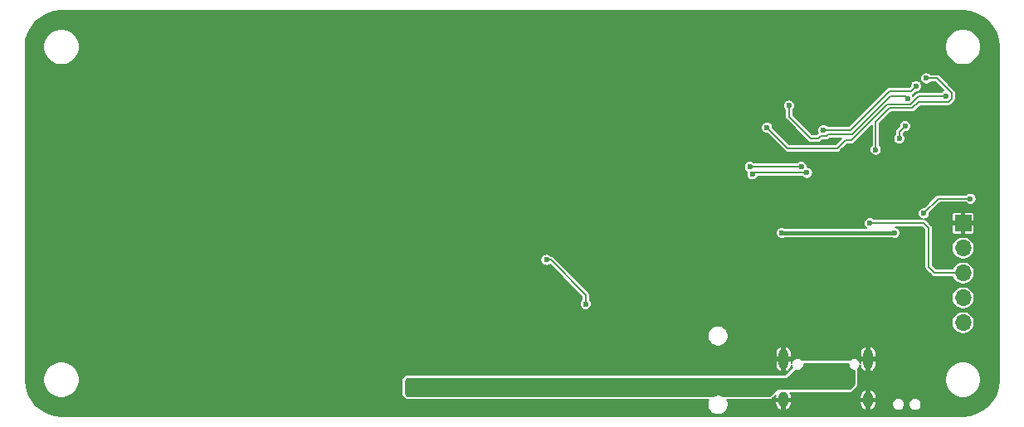
<source format=gbr>
G04 #@! TF.GenerationSoftware,KiCad,Pcbnew,(5.1.5-0-10_14)*
G04 #@! TF.CreationDate,2020-02-05T18:18:06+01:00*
G04 #@! TF.ProjectId,c100_rev_e,63313030-5f72-4657-965f-652e6b696361,rev?*
G04 #@! TF.SameCoordinates,Original*
G04 #@! TF.FileFunction,Copper,L2,Bot*
G04 #@! TF.FilePolarity,Positive*
%FSLAX46Y46*%
G04 Gerber Fmt 4.6, Leading zero omitted, Abs format (unit mm)*
G04 Created by KiCad (PCBNEW (5.1.5-0-10_14)) date 2020-02-05 18:18:06*
%MOMM*%
%LPD*%
G04 APERTURE LIST*
%ADD10O,1.700000X1.700000*%
%ADD11R,1.700000X1.700000*%
%ADD12O,1.000000X2.100000*%
%ADD13O,1.000000X1.600000*%
%ADD14C,0.600000*%
%ADD15C,0.406400*%
%ADD16C,0.203200*%
%ADD17C,0.254000*%
G04 APERTURE END LIST*
D10*
X96000000Y9840000D03*
X96000000Y12380000D03*
X96000000Y14920000D03*
X96000000Y17460000D03*
D11*
X96000000Y20000000D03*
D12*
X86320000Y6130000D03*
X77680000Y6130000D03*
D13*
X77680000Y1950000D03*
X86320000Y1950000D03*
D14*
X93750000Y31750000D03*
X81750000Y36750000D03*
X81750000Y35750000D03*
X82750000Y28250000D03*
X80750000Y29250000D03*
X72000000Y14000000D03*
X79000000Y14000000D03*
X75500000Y16250000D03*
X70500000Y16250000D03*
X86500000Y16250000D03*
X89000000Y15750000D03*
X91250000Y16750000D03*
X91250000Y18000000D03*
X90000000Y21500000D03*
X84500000Y8500000D03*
X85250000Y8500000D03*
X82750000Y9000000D03*
X84250000Y10500000D03*
X85000000Y11250000D03*
X83500000Y9750000D03*
X85750000Y12000000D03*
X84500000Y13250000D03*
X83750000Y12500000D03*
X83000000Y11750000D03*
X82250000Y11000000D03*
X81500000Y10250000D03*
X81500000Y21250000D03*
X84000000Y21250000D03*
X76000000Y24500000D03*
X78750000Y24500000D03*
X75000000Y29750000D03*
X86500000Y34500000D03*
X93750000Y29250000D03*
X8750000Y6500000D03*
X11000000Y8250000D03*
X6500000Y8250000D03*
X38250000Y8250000D03*
X40500000Y10000000D03*
X42750000Y8250000D03*
X47500000Y7500000D03*
X50000000Y7500000D03*
X4000000Y1000000D03*
X1000000Y4000000D03*
X6000000Y1000000D03*
X8000000Y1000000D03*
X10000000Y1000000D03*
X12000000Y1000000D03*
X14000000Y1000000D03*
X16000000Y1000000D03*
X18000000Y1000000D03*
X20000000Y1000000D03*
X22000000Y1000000D03*
X24000000Y1000000D03*
X26000000Y1000000D03*
X28000000Y1000000D03*
X30000000Y1000000D03*
X32000000Y1000000D03*
X34000000Y1000000D03*
X36000000Y1000000D03*
X1000000Y6000000D03*
X1000000Y8000000D03*
X1000000Y10000000D03*
X1000000Y12000000D03*
X1000000Y14000000D03*
X1000000Y16000000D03*
X1000000Y18000000D03*
X1000000Y20000000D03*
X1000000Y22000000D03*
X1000000Y24000000D03*
X1000000Y26000000D03*
X1000000Y28000000D03*
X1000000Y38000000D03*
X1000000Y36000000D03*
X1000000Y34000000D03*
X1000000Y32000000D03*
X1000000Y30000000D03*
X4000000Y41000000D03*
X6000000Y41000000D03*
X8000000Y41000000D03*
X10000000Y41000000D03*
X12000000Y41000000D03*
X14000000Y41000000D03*
X16000000Y41000000D03*
X18000000Y41000000D03*
X20000000Y41000000D03*
X22000000Y41000000D03*
X24000000Y41000000D03*
X26000000Y41000000D03*
X96000000Y41000000D03*
X99000000Y38000000D03*
X99000000Y36000000D03*
X28000000Y41000000D03*
X30000000Y41000000D03*
X38000000Y1000000D03*
X40000000Y1000000D03*
X42000000Y1000000D03*
X44000000Y1000000D03*
X46000000Y1000000D03*
X48000000Y1000000D03*
X50000000Y1000000D03*
X52000000Y1000000D03*
X54000000Y1000000D03*
X56000000Y1000000D03*
X58000000Y1000000D03*
X66000000Y1000000D03*
X68000000Y1000000D03*
X74000000Y1000000D03*
X76000000Y1000000D03*
X80000000Y1000000D03*
X82000000Y1000000D03*
X84000000Y1000000D03*
X94000000Y1000000D03*
X96000000Y1000000D03*
X99000000Y4000000D03*
X99000000Y6000000D03*
X94000000Y41000000D03*
X92000000Y41000000D03*
X90000000Y41000000D03*
X88000000Y41000000D03*
X86000000Y41000000D03*
X84000000Y41000000D03*
X82000000Y41000000D03*
X80000000Y41000000D03*
X78000000Y41000000D03*
X76000000Y41000000D03*
X74000000Y41000000D03*
X72000000Y41000000D03*
X70000000Y41000000D03*
X68000000Y41000000D03*
X66000000Y41000000D03*
X64000000Y41000000D03*
X32000000Y41000000D03*
X34000000Y41000000D03*
X36000000Y41000000D03*
X38000000Y41000000D03*
X40000000Y41000000D03*
X42000000Y41000000D03*
X44000000Y41000000D03*
X46000000Y41000000D03*
X48000000Y41000000D03*
X50000000Y41000000D03*
X52000000Y41000000D03*
X54000000Y41000000D03*
X56000000Y41000000D03*
X58000000Y41000000D03*
X60000000Y41000000D03*
X62000000Y41000000D03*
X2000000Y40000000D03*
X2000000Y2000000D03*
X98000000Y40000000D03*
X98000000Y2000000D03*
X6000000Y12750000D03*
X7500000Y12750000D03*
X8500000Y18000000D03*
X8500000Y19500000D03*
X17250000Y18000000D03*
X17250000Y19500000D03*
X78000000Y22250000D03*
X85250000Y9500000D03*
X86000000Y10250000D03*
X86750000Y11000000D03*
X63750000Y16250000D03*
X90250000Y1000000D03*
X89000000Y750000D03*
X91500000Y750000D03*
X78750000Y29250000D03*
X82500000Y24000000D03*
X84250000Y24750000D03*
X89750000Y27250000D03*
X90750000Y34750000D03*
X80000000Y34750000D03*
X81750000Y39000000D03*
X84000000Y32750000D03*
X84250000Y35750000D03*
X84250000Y36750000D03*
X79250000Y36750000D03*
X79250000Y35750000D03*
X69750000Y10750000D03*
X24000000Y18000000D03*
X24000000Y19500000D03*
X37750000Y19500000D03*
X37750000Y18000000D03*
X31250000Y19500000D03*
X31250000Y18000000D03*
X51000000Y18000000D03*
X51000000Y19500000D03*
X33500000Y28000000D03*
X37250000Y28000000D03*
X60000000Y1000000D03*
X62000000Y1000000D03*
X64000000Y1000000D03*
X99000000Y8000000D03*
X99000000Y10000000D03*
X99000000Y34000000D03*
X65750000Y37750000D03*
X67250000Y37750000D03*
X65750000Y31250000D03*
X67250000Y31250000D03*
X63250000Y21250000D03*
X69750000Y27750000D03*
X54750000Y16750000D03*
X58250000Y15750000D03*
X78750000Y12250000D03*
X78750000Y10500000D03*
X90250000Y7750000D03*
X89500000Y5000000D03*
X92000000Y7000000D03*
X71750000Y10250000D03*
X77500000Y19000000D03*
X89000000Y19000000D03*
X40000000Y3750000D03*
X40750000Y3750000D03*
X41500000Y3750000D03*
X40000000Y3000000D03*
X40750000Y3000000D03*
X41500000Y3000000D03*
X80000000Y3750000D03*
X80000000Y4500000D03*
X80750000Y3750000D03*
X80750000Y4500000D03*
X84000000Y3750000D03*
X83250000Y3750000D03*
X83250000Y4500000D03*
X84000000Y4500000D03*
X49500000Y2750000D03*
X50500000Y2750000D03*
X90085509Y29914491D03*
X89500000Y28648400D03*
X86500000Y20000000D03*
X80065687Y25148400D03*
X74502982Y24991052D03*
X79500000Y25750000D03*
X74250000Y25750000D03*
X81750000Y29500000D03*
X91210509Y33995189D03*
X92000022Y21000000D03*
X96750000Y22500000D03*
X57500000Y11750000D03*
X53500000Y16250000D03*
X90351600Y32750000D03*
X78250000Y32000000D03*
X94250000Y33000000D03*
X76000000Y29750000D03*
X87091978Y27500000D03*
X92250000Y34795179D03*
D15*
X77500000Y19000000D02*
X88250000Y19000000D01*
X88250000Y19000000D02*
X89000000Y19000000D01*
D16*
X90085509Y29914491D02*
X89500000Y29328982D01*
X89500000Y29328982D02*
X89500000Y28648400D01*
X90750000Y20000000D02*
X92000000Y20000000D01*
X86500000Y20000000D02*
X90750000Y20000000D01*
X90750000Y20000000D02*
X90920000Y20000000D01*
X92000000Y20000000D02*
X92500000Y19500000D01*
X92500000Y19500000D02*
X92500000Y15500000D01*
X93080000Y14920000D02*
X96000000Y14920000D01*
X92500000Y15500000D02*
X93080000Y14920000D01*
X80065687Y25148400D02*
X74648400Y25148400D01*
X74648400Y25148400D02*
X74502982Y25002982D01*
X74502982Y25002982D02*
X74502982Y24991052D01*
X79500000Y25750000D02*
X74250000Y25750000D01*
X88500000Y33500000D02*
X84500000Y29500000D01*
X84500000Y29500000D02*
X81500000Y29500000D01*
X90715320Y33500000D02*
X88500000Y33500000D01*
X91210509Y33995189D02*
X90715320Y33500000D01*
X93500022Y22500000D02*
X92000022Y21000000D01*
X96750000Y22500000D02*
X93500022Y22500000D01*
X57500000Y12174264D02*
X57500000Y11750000D01*
X57500000Y12674264D02*
X57500000Y12174264D01*
X53924264Y16250000D02*
X57500000Y12674264D01*
X53500000Y16250000D02*
X53924264Y16250000D01*
X90101600Y33000000D02*
X90351600Y32750000D01*
X88570224Y33000000D02*
X90101600Y33000000D01*
X84667015Y29096790D02*
X88570224Y33000000D01*
X82237160Y29096790D02*
X84667015Y29096790D01*
X82038769Y28898399D02*
X82237160Y29096790D01*
X78250000Y32000000D02*
X78250000Y30859630D01*
X81461231Y28898399D02*
X82038769Y28898399D01*
X78250000Y30859630D02*
X80461231Y28648399D01*
X81211231Y28648399D02*
X81461231Y28898399D01*
X80461231Y28648399D02*
X81211231Y28648399D01*
X91491970Y33000000D02*
X94250000Y33000000D01*
X90640369Y32148399D02*
X91491970Y33000000D01*
X88288847Y32148399D02*
X90640369Y32148399D01*
X84635638Y28495189D02*
X88288847Y32148399D01*
X83158021Y27648399D02*
X84004811Y28495189D01*
X78101601Y27648399D02*
X83158021Y27648399D01*
X84004811Y28495189D02*
X84635638Y28495189D01*
X76000000Y29750000D02*
X78101601Y27648399D01*
X94538769Y32398399D02*
X91460593Y32398399D01*
X94851601Y32711231D02*
X94538769Y32398399D01*
X92250000Y34795179D02*
X93345191Y34795179D01*
X94851601Y33288769D02*
X94851601Y32711231D01*
X91460593Y32398399D02*
X90807384Y31745189D01*
X93345191Y34795179D02*
X94851601Y33288769D01*
X87091978Y27500000D02*
X87091978Y30337167D01*
X88500000Y31745189D02*
X90807384Y31745189D01*
X87091978Y30337167D02*
X88500000Y31745189D01*
D17*
G36*
X84234800Y5535468D02*
G01*
X84259979Y5408885D01*
X84309369Y5289647D01*
X84381073Y5182334D01*
X84472334Y5091073D01*
X84579647Y5019369D01*
X84698885Y4969979D01*
X84825468Y4944800D01*
X84873000Y4944800D01*
X84873000Y3552606D01*
X84447394Y3127000D01*
X77000000Y3127000D01*
X76975224Y3124560D01*
X76951399Y3117333D01*
X76929443Y3105597D01*
X76910197Y3089803D01*
X76197394Y2377000D01*
X71594371Y2377000D01*
X71511667Y2432261D01*
X71315083Y2513689D01*
X71106390Y2555200D01*
X70893610Y2555200D01*
X70684917Y2513689D01*
X70488333Y2432261D01*
X70405629Y2377000D01*
X39302606Y2377000D01*
X39127000Y2552606D01*
X39127000Y3947394D01*
X39302606Y4123000D01*
X78000000Y4123000D01*
X78024776Y4125440D01*
X78048601Y4132667D01*
X78070557Y4144403D01*
X78089803Y4160197D01*
X78905238Y4975632D01*
X78918885Y4969979D01*
X79045468Y4944800D01*
X79174532Y4944800D01*
X79301115Y4969979D01*
X79420353Y5019369D01*
X79527666Y5091073D01*
X79618927Y5182334D01*
X79690631Y5289647D01*
X79740021Y5408885D01*
X79765200Y5535468D01*
X79765200Y5623000D01*
X84234800Y5623000D01*
X84234800Y5535468D01*
G37*
X84234800Y5535468D02*
X84259979Y5408885D01*
X84309369Y5289647D01*
X84381073Y5182334D01*
X84472334Y5091073D01*
X84579647Y5019369D01*
X84698885Y4969979D01*
X84825468Y4944800D01*
X84873000Y4944800D01*
X84873000Y3552606D01*
X84447394Y3127000D01*
X77000000Y3127000D01*
X76975224Y3124560D01*
X76951399Y3117333D01*
X76929443Y3105597D01*
X76910197Y3089803D01*
X76197394Y2377000D01*
X71594371Y2377000D01*
X71511667Y2432261D01*
X71315083Y2513689D01*
X71106390Y2555200D01*
X70893610Y2555200D01*
X70684917Y2513689D01*
X70488333Y2432261D01*
X70405629Y2377000D01*
X39302606Y2377000D01*
X39127000Y2552606D01*
X39127000Y3947394D01*
X39302606Y4123000D01*
X78000000Y4123000D01*
X78024776Y4125440D01*
X78048601Y4132667D01*
X78070557Y4144403D01*
X78089803Y4160197D01*
X78905238Y4975632D01*
X78918885Y4969979D01*
X79045468Y4944800D01*
X79174532Y4944800D01*
X79301115Y4969979D01*
X79420353Y5019369D01*
X79527666Y5091073D01*
X79618927Y5182334D01*
X79690631Y5289647D01*
X79740021Y5408885D01*
X79765200Y5535468D01*
X79765200Y5623000D01*
X84234800Y5623000D01*
X84234800Y5535468D01*
D16*
G36*
X96712570Y41598751D02*
G01*
X97398003Y41391806D01*
X98030180Y41055672D01*
X98585036Y40603143D01*
X99041423Y40051465D01*
X99381964Y39421647D01*
X99593688Y38737677D01*
X99670163Y38010072D01*
X99670201Y37999143D01*
X99670200Y4016130D01*
X99598751Y3287429D01*
X99391806Y2601997D01*
X99055670Y1969818D01*
X98603145Y1414967D01*
X98051468Y958579D01*
X97421648Y618036D01*
X96737676Y406312D01*
X96010072Y329837D01*
X95999430Y329800D01*
X4016130Y329800D01*
X3287429Y401249D01*
X2601997Y608194D01*
X1969818Y944330D01*
X1414967Y1396855D01*
X958579Y1948532D01*
X618036Y2578352D01*
X406312Y3262324D01*
X329837Y3989928D01*
X329800Y4000570D01*
X329800Y4181312D01*
X2159107Y4181312D01*
X2159107Y3818688D01*
X2229852Y3463031D01*
X2368622Y3128010D01*
X2570085Y2826499D01*
X2826499Y2570085D01*
X3128010Y2368622D01*
X3463031Y2229852D01*
X3818688Y2159107D01*
X4181312Y2159107D01*
X4536969Y2229852D01*
X4871990Y2368622D01*
X5173501Y2570085D01*
X5429915Y2826499D01*
X5631378Y3128010D01*
X5770148Y3463031D01*
X5840893Y3818688D01*
X5840893Y4000000D01*
X38695200Y4000000D01*
X38695200Y2500000D01*
X38701057Y2440536D01*
X38718402Y2383358D01*
X38746568Y2330662D01*
X38784474Y2284474D01*
X39034474Y2034474D01*
X39080662Y1996568D01*
X39133358Y1968402D01*
X39190536Y1951057D01*
X39250000Y1945200D01*
X70053056Y1945200D01*
X69985735Y1782674D01*
X69945200Y1578889D01*
X69945200Y1371111D01*
X69985735Y1167326D01*
X70065248Y975365D01*
X70180683Y802604D01*
X70327604Y655683D01*
X70500365Y540248D01*
X70692326Y460735D01*
X70896111Y420200D01*
X71103889Y420200D01*
X71307674Y460735D01*
X71499635Y540248D01*
X71672396Y655683D01*
X71819317Y802604D01*
X71934752Y975365D01*
X72014265Y1167326D01*
X72054800Y1371111D01*
X72054800Y1578889D01*
X72037131Y1667718D01*
X76848343Y1667718D01*
X76860866Y1505129D01*
X76904868Y1348108D01*
X76978658Y1202688D01*
X77079400Y1074458D01*
X77203223Y968346D01*
X77405856Y893331D01*
X77527600Y937517D01*
X77527600Y1797600D01*
X77832400Y1797600D01*
X77832400Y937517D01*
X77954144Y893331D01*
X78156777Y968346D01*
X78280600Y1074458D01*
X78381342Y1202688D01*
X78455132Y1348108D01*
X78499134Y1505129D01*
X78511657Y1667718D01*
X85488343Y1667718D01*
X85500866Y1505129D01*
X85544868Y1348108D01*
X85618658Y1202688D01*
X85719400Y1074458D01*
X85843223Y968346D01*
X86045856Y893331D01*
X86167600Y937517D01*
X86167600Y1797600D01*
X86472400Y1797600D01*
X86472400Y937517D01*
X86594144Y893331D01*
X86796777Y968346D01*
X86920600Y1074458D01*
X87021342Y1202688D01*
X87095132Y1348108D01*
X87139134Y1505129D01*
X87143706Y1564492D01*
X88745200Y1564492D01*
X88745200Y1435508D01*
X88770364Y1309002D01*
X88819724Y1189836D01*
X88891384Y1082590D01*
X88982590Y991384D01*
X89089836Y919724D01*
X89209002Y870364D01*
X89335508Y845200D01*
X89464492Y845200D01*
X89590998Y870364D01*
X89710164Y919724D01*
X89817410Y991384D01*
X89908616Y1082590D01*
X89980276Y1189836D01*
X90029636Y1309002D01*
X90054800Y1435508D01*
X90054800Y1564492D01*
X90445200Y1564492D01*
X90445200Y1435508D01*
X90470364Y1309002D01*
X90519724Y1189836D01*
X90591384Y1082590D01*
X90682590Y991384D01*
X90789836Y919724D01*
X90909002Y870364D01*
X91035508Y845200D01*
X91164492Y845200D01*
X91290998Y870364D01*
X91410164Y919724D01*
X91517410Y991384D01*
X91608616Y1082590D01*
X91680276Y1189836D01*
X91729636Y1309002D01*
X91754800Y1435508D01*
X91754800Y1564492D01*
X91729636Y1690998D01*
X91680276Y1810164D01*
X91608616Y1917410D01*
X91517410Y2008616D01*
X91410164Y2080276D01*
X91290998Y2129636D01*
X91164492Y2154800D01*
X91035508Y2154800D01*
X90909002Y2129636D01*
X90789836Y2080276D01*
X90682590Y2008616D01*
X90591384Y1917410D01*
X90519724Y1810164D01*
X90470364Y1690998D01*
X90445200Y1564492D01*
X90054800Y1564492D01*
X90029636Y1690998D01*
X89980276Y1810164D01*
X89908616Y1917410D01*
X89817410Y2008616D01*
X89710164Y2080276D01*
X89590998Y2129636D01*
X89464492Y2154800D01*
X89335508Y2154800D01*
X89209002Y2129636D01*
X89089836Y2080276D01*
X88982590Y2008616D01*
X88891384Y1917410D01*
X88819724Y1810164D01*
X88770364Y1690998D01*
X88745200Y1564492D01*
X87143706Y1564492D01*
X87151657Y1667718D01*
X87062446Y1797600D01*
X86472400Y1797600D01*
X86167600Y1797600D01*
X85577554Y1797600D01*
X85488343Y1667718D01*
X78511657Y1667718D01*
X78422446Y1797600D01*
X77832400Y1797600D01*
X77527600Y1797600D01*
X76937554Y1797600D01*
X76848343Y1667718D01*
X72037131Y1667718D01*
X72014265Y1782674D01*
X71946944Y1945200D01*
X76250000Y1945200D01*
X76309464Y1951057D01*
X76366642Y1968402D01*
X76419338Y1996568D01*
X76465526Y2034474D01*
X76874470Y2443418D01*
X76860866Y2394871D01*
X76848343Y2232282D01*
X76937554Y2102400D01*
X77527600Y2102400D01*
X77527600Y2122400D01*
X77832400Y2122400D01*
X77832400Y2102400D01*
X78422446Y2102400D01*
X78511657Y2232282D01*
X85488343Y2232282D01*
X85577554Y2102400D01*
X86167600Y2102400D01*
X86167600Y2962483D01*
X86472400Y2962483D01*
X86472400Y2102400D01*
X87062446Y2102400D01*
X87151657Y2232282D01*
X87139134Y2394871D01*
X87095132Y2551892D01*
X87021342Y2697312D01*
X86920600Y2825542D01*
X86796777Y2931654D01*
X86594144Y3006669D01*
X86472400Y2962483D01*
X86167600Y2962483D01*
X86045856Y3006669D01*
X85843223Y2931654D01*
X85719400Y2825542D01*
X85618658Y2697312D01*
X85544868Y2551892D01*
X85500866Y2394871D01*
X85488343Y2232282D01*
X78511657Y2232282D01*
X78499134Y2394871D01*
X78455132Y2551892D01*
X78382414Y2695200D01*
X84500000Y2695200D01*
X84559464Y2701057D01*
X84616642Y2718402D01*
X84669338Y2746568D01*
X84715526Y2784474D01*
X85215526Y3284474D01*
X85253432Y3330662D01*
X85281598Y3383358D01*
X85298943Y3440536D01*
X85304800Y3500000D01*
X85304800Y4181312D01*
X94159107Y4181312D01*
X94159107Y3818688D01*
X94229852Y3463031D01*
X94368622Y3128010D01*
X94570085Y2826499D01*
X94826499Y2570085D01*
X95128010Y2368622D01*
X95463031Y2229852D01*
X95818688Y2159107D01*
X96181312Y2159107D01*
X96536969Y2229852D01*
X96871990Y2368622D01*
X97173501Y2570085D01*
X97429915Y2826499D01*
X97631378Y3128010D01*
X97770148Y3463031D01*
X97840893Y3818688D01*
X97840893Y4181312D01*
X97770148Y4536969D01*
X97631378Y4871990D01*
X97429915Y5173501D01*
X97173501Y5429915D01*
X96871990Y5631378D01*
X96536969Y5770148D01*
X96181312Y5840893D01*
X95818688Y5840893D01*
X95463031Y5770148D01*
X95128010Y5631378D01*
X94826499Y5429915D01*
X94570085Y5173501D01*
X94368622Y4871990D01*
X94229852Y4536969D01*
X94159107Y4181312D01*
X85304800Y4181312D01*
X85304800Y5124129D01*
X85379197Y5198526D01*
X85448121Y5301678D01*
X85495597Y5416294D01*
X85515200Y5514844D01*
X85515200Y5427600D01*
X85560396Y5273520D01*
X85634783Y5131218D01*
X85735502Y5006162D01*
X85858683Y4903158D01*
X85999592Y4826165D01*
X86045856Y4823331D01*
X86167600Y4867517D01*
X86167600Y5977600D01*
X86472400Y5977600D01*
X86472400Y4867517D01*
X86594144Y4823331D01*
X86640408Y4826165D01*
X86781317Y4903158D01*
X86904498Y5006162D01*
X87005217Y5131218D01*
X87079604Y5273520D01*
X87124800Y5427600D01*
X87124800Y5977600D01*
X86472400Y5977600D01*
X86167600Y5977600D01*
X85515200Y5977600D01*
X85515200Y5685156D01*
X85495597Y5783706D01*
X85448121Y5898322D01*
X85379197Y6001474D01*
X85291474Y6089197D01*
X85188322Y6158121D01*
X85073706Y6205597D01*
X84952030Y6229800D01*
X84827970Y6229800D01*
X84706294Y6205597D01*
X84591678Y6158121D01*
X84488526Y6089197D01*
X84454129Y6054800D01*
X79545871Y6054800D01*
X79511474Y6089197D01*
X79408322Y6158121D01*
X79293706Y6205597D01*
X79172030Y6229800D01*
X79047970Y6229800D01*
X78926294Y6205597D01*
X78811678Y6158121D01*
X78708526Y6089197D01*
X78620803Y6001474D01*
X78551879Y5898322D01*
X78504403Y5783706D01*
X78484800Y5685156D01*
X78484800Y5977600D01*
X77832400Y5977600D01*
X77832400Y4867517D01*
X77954144Y4823331D01*
X78000408Y4826165D01*
X78141317Y4903158D01*
X78264498Y5006162D01*
X78365217Y5131218D01*
X78439604Y5273520D01*
X78484800Y5427600D01*
X78484800Y5514844D01*
X78504403Y5416294D01*
X78551879Y5301678D01*
X78579415Y5260467D01*
X77873748Y4554800D01*
X39250000Y4554800D01*
X39190536Y4548943D01*
X39133358Y4531598D01*
X39080662Y4503432D01*
X39034474Y4465526D01*
X38784474Y4215526D01*
X38746568Y4169338D01*
X38718402Y4116642D01*
X38701057Y4059464D01*
X38695200Y4000000D01*
X5840893Y4000000D01*
X5840893Y4181312D01*
X5770148Y4536969D01*
X5631378Y4871990D01*
X5429915Y5173501D01*
X5173501Y5429915D01*
X4871990Y5631378D01*
X4536969Y5770148D01*
X4181312Y5840893D01*
X3818688Y5840893D01*
X3463031Y5770148D01*
X3128010Y5631378D01*
X2826499Y5429915D01*
X2570085Y5173501D01*
X2368622Y4871990D01*
X2229852Y4536969D01*
X2159107Y4181312D01*
X329800Y4181312D01*
X329800Y5977600D01*
X76875200Y5977600D01*
X76875200Y5427600D01*
X76920396Y5273520D01*
X76994783Y5131218D01*
X77095502Y5006162D01*
X77218683Y4903158D01*
X77359592Y4826165D01*
X77405856Y4823331D01*
X77527600Y4867517D01*
X77527600Y5977600D01*
X76875200Y5977600D01*
X329800Y5977600D01*
X329800Y6832400D01*
X76875200Y6832400D01*
X76875200Y6282400D01*
X77527600Y6282400D01*
X77527600Y7392483D01*
X77832400Y7392483D01*
X77832400Y6282400D01*
X78484800Y6282400D01*
X78484800Y6832400D01*
X85515200Y6832400D01*
X85515200Y6282400D01*
X86167600Y6282400D01*
X86167600Y7392483D01*
X86472400Y7392483D01*
X86472400Y6282400D01*
X87124800Y6282400D01*
X87124800Y6832400D01*
X87079604Y6986480D01*
X87005217Y7128782D01*
X86904498Y7253838D01*
X86781317Y7356842D01*
X86640408Y7433835D01*
X86594144Y7436669D01*
X86472400Y7392483D01*
X86167600Y7392483D01*
X86045856Y7436669D01*
X85999592Y7433835D01*
X85858683Y7356842D01*
X85735502Y7253838D01*
X85634783Y7128782D01*
X85560396Y6986480D01*
X85515200Y6832400D01*
X78484800Y6832400D01*
X78439604Y6986480D01*
X78365217Y7128782D01*
X78264498Y7253838D01*
X78141317Y7356842D01*
X78000408Y7433835D01*
X77954144Y7436669D01*
X77832400Y7392483D01*
X77527600Y7392483D01*
X77405856Y7436669D01*
X77359592Y7433835D01*
X77218683Y7356842D01*
X77095502Y7253838D01*
X76994783Y7128782D01*
X76920396Y6986480D01*
X76875200Y6832400D01*
X329800Y6832400D01*
X329800Y8578889D01*
X69945200Y8578889D01*
X69945200Y8371111D01*
X69985735Y8167326D01*
X70065248Y7975365D01*
X70180683Y7802604D01*
X70327604Y7655683D01*
X70500365Y7540248D01*
X70692326Y7460735D01*
X70896111Y7420200D01*
X71103889Y7420200D01*
X71307674Y7460735D01*
X71499635Y7540248D01*
X71672396Y7655683D01*
X71819317Y7802604D01*
X71934752Y7975365D01*
X72014265Y8167326D01*
X72054800Y8371111D01*
X72054800Y8578889D01*
X72014265Y8782674D01*
X71934752Y8974635D01*
X71819317Y9147396D01*
X71672396Y9294317D01*
X71499635Y9409752D01*
X71307674Y9489265D01*
X71103889Y9529800D01*
X70896111Y9529800D01*
X70692326Y9489265D01*
X70500365Y9409752D01*
X70327604Y9294317D01*
X70180683Y9147396D01*
X70065248Y8974635D01*
X69985735Y8782674D01*
X69945200Y8578889D01*
X329800Y8578889D01*
X329800Y9953738D01*
X94845200Y9953738D01*
X94845200Y9726262D01*
X94889578Y9503157D01*
X94976629Y9292997D01*
X95103008Y9103858D01*
X95263858Y8943008D01*
X95452997Y8816629D01*
X95663157Y8729578D01*
X95886262Y8685200D01*
X96113738Y8685200D01*
X96336843Y8729578D01*
X96547003Y8816629D01*
X96736142Y8943008D01*
X96896992Y9103858D01*
X97023371Y9292997D01*
X97110422Y9503157D01*
X97154800Y9726262D01*
X97154800Y9953738D01*
X97110422Y10176843D01*
X97023371Y10387003D01*
X96896992Y10576142D01*
X96736142Y10736992D01*
X96547003Y10863371D01*
X96336843Y10950422D01*
X96113738Y10994800D01*
X95886262Y10994800D01*
X95663157Y10950422D01*
X95452997Y10863371D01*
X95263858Y10736992D01*
X95103008Y10576142D01*
X94976629Y10387003D01*
X94889578Y10176843D01*
X94845200Y9953738D01*
X329800Y9953738D01*
X329800Y16309568D01*
X52895200Y16309568D01*
X52895200Y16190432D01*
X52918442Y16073586D01*
X52964034Y15963520D01*
X53030221Y15864463D01*
X53114463Y15780221D01*
X53213520Y15714034D01*
X53323586Y15668442D01*
X53440432Y15645200D01*
X53559568Y15645200D01*
X53676414Y15668442D01*
X53786480Y15714034D01*
X53845835Y15753693D01*
X57093600Y12505928D01*
X57093601Y12198917D01*
X57030221Y12135537D01*
X56964034Y12036480D01*
X56918442Y11926414D01*
X56895200Y11809568D01*
X56895200Y11690432D01*
X56918442Y11573586D01*
X56964034Y11463520D01*
X57030221Y11364463D01*
X57114463Y11280221D01*
X57213520Y11214034D01*
X57323586Y11168442D01*
X57440432Y11145200D01*
X57559568Y11145200D01*
X57676414Y11168442D01*
X57786480Y11214034D01*
X57885537Y11280221D01*
X57969779Y11364463D01*
X58035966Y11463520D01*
X58081558Y11573586D01*
X58104800Y11690432D01*
X58104800Y11809568D01*
X58081558Y11926414D01*
X58035966Y12036480D01*
X57969779Y12135537D01*
X57906400Y12198916D01*
X57906400Y12493738D01*
X94845200Y12493738D01*
X94845200Y12266262D01*
X94889578Y12043157D01*
X94976629Y11832997D01*
X95103008Y11643858D01*
X95263858Y11483008D01*
X95452997Y11356629D01*
X95663157Y11269578D01*
X95886262Y11225200D01*
X96113738Y11225200D01*
X96336843Y11269578D01*
X96547003Y11356629D01*
X96736142Y11483008D01*
X96896992Y11643858D01*
X97023371Y11832997D01*
X97110422Y12043157D01*
X97154800Y12266262D01*
X97154800Y12493738D01*
X97110422Y12716843D01*
X97023371Y12927003D01*
X96896992Y13116142D01*
X96736142Y13276992D01*
X96547003Y13403371D01*
X96336843Y13490422D01*
X96113738Y13534800D01*
X95886262Y13534800D01*
X95663157Y13490422D01*
X95452997Y13403371D01*
X95263858Y13276992D01*
X95103008Y13116142D01*
X94976629Y12927003D01*
X94889578Y12716843D01*
X94845200Y12493738D01*
X57906400Y12493738D01*
X57906400Y12654312D01*
X57908365Y12674265D01*
X57906400Y12694218D01*
X57906400Y12694224D01*
X57900519Y12753932D01*
X57877281Y12830539D01*
X57839544Y12901140D01*
X57788758Y12963022D01*
X57773255Y12975745D01*
X54225746Y16523254D01*
X54213022Y16538758D01*
X54151140Y16589544D01*
X54080539Y16627281D01*
X54003932Y16650519D01*
X53949429Y16655887D01*
X53885537Y16719779D01*
X53786480Y16785966D01*
X53676414Y16831558D01*
X53559568Y16854800D01*
X53440432Y16854800D01*
X53323586Y16831558D01*
X53213520Y16785966D01*
X53114463Y16719779D01*
X53030221Y16635537D01*
X52964034Y16536480D01*
X52918442Y16426414D01*
X52895200Y16309568D01*
X329800Y16309568D01*
X329800Y19059568D01*
X76895200Y19059568D01*
X76895200Y18940432D01*
X76918442Y18823586D01*
X76964034Y18713520D01*
X77030221Y18614463D01*
X77114463Y18530221D01*
X77213520Y18464034D01*
X77323586Y18418442D01*
X77440432Y18395200D01*
X77559568Y18395200D01*
X77676414Y18418442D01*
X77786480Y18464034D01*
X77828335Y18492000D01*
X88671665Y18492000D01*
X88713520Y18464034D01*
X88823586Y18418442D01*
X88940432Y18395200D01*
X89059568Y18395200D01*
X89176414Y18418442D01*
X89286480Y18464034D01*
X89385537Y18530221D01*
X89469779Y18614463D01*
X89535966Y18713520D01*
X89581558Y18823586D01*
X89604800Y18940432D01*
X89604800Y19059568D01*
X89581558Y19176414D01*
X89535966Y19286480D01*
X89469779Y19385537D01*
X89385537Y19469779D01*
X89286480Y19535966D01*
X89176414Y19581558D01*
X89115874Y19593600D01*
X91831664Y19593600D01*
X92093600Y19331663D01*
X92093601Y15519963D01*
X92091635Y15500000D01*
X92099481Y15420332D01*
X92122719Y15343726D01*
X92122720Y15343725D01*
X92160457Y15273124D01*
X92171602Y15259544D01*
X92198518Y15226746D01*
X92198524Y15226740D01*
X92211243Y15211242D01*
X92226741Y15198523D01*
X92778522Y14646741D01*
X92791242Y14631242D01*
X92806740Y14618523D01*
X92806745Y14618518D01*
X92827746Y14601283D01*
X92853124Y14580456D01*
X92923725Y14542719D01*
X93000331Y14519481D01*
X93007604Y14518765D01*
X93060040Y14513600D01*
X93060047Y14513600D01*
X93080000Y14511635D01*
X93099953Y14513600D01*
X94918389Y14513600D01*
X94976629Y14372997D01*
X95103008Y14183858D01*
X95263858Y14023008D01*
X95452997Y13896629D01*
X95663157Y13809578D01*
X95886262Y13765200D01*
X96113738Y13765200D01*
X96336843Y13809578D01*
X96547003Y13896629D01*
X96736142Y14023008D01*
X96896992Y14183858D01*
X97023371Y14372997D01*
X97110422Y14583157D01*
X97154800Y14806262D01*
X97154800Y15033738D01*
X97110422Y15256843D01*
X97023371Y15467003D01*
X96896992Y15656142D01*
X96736142Y15816992D01*
X96547003Y15943371D01*
X96336843Y16030422D01*
X96113738Y16074800D01*
X95886262Y16074800D01*
X95663157Y16030422D01*
X95452997Y15943371D01*
X95263858Y15816992D01*
X95103008Y15656142D01*
X94976629Y15467003D01*
X94918389Y15326400D01*
X93248337Y15326400D01*
X92906400Y15668336D01*
X92906400Y17573738D01*
X94845200Y17573738D01*
X94845200Y17346262D01*
X94889578Y17123157D01*
X94976629Y16912997D01*
X95103008Y16723858D01*
X95263858Y16563008D01*
X95452997Y16436629D01*
X95663157Y16349578D01*
X95886262Y16305200D01*
X96113738Y16305200D01*
X96336843Y16349578D01*
X96547003Y16436629D01*
X96736142Y16563008D01*
X96896992Y16723858D01*
X97023371Y16912997D01*
X97110422Y17123157D01*
X97154800Y17346262D01*
X97154800Y17573738D01*
X97110422Y17796843D01*
X97023371Y18007003D01*
X96896992Y18196142D01*
X96736142Y18356992D01*
X96547003Y18483371D01*
X96336843Y18570422D01*
X96113738Y18614800D01*
X95886262Y18614800D01*
X95663157Y18570422D01*
X95452997Y18483371D01*
X95263858Y18356992D01*
X95103008Y18196142D01*
X94976629Y18007003D01*
X94889578Y17796843D01*
X94845200Y17573738D01*
X92906400Y17573738D01*
X92906400Y19150000D01*
X94843725Y19150000D01*
X94849610Y19090249D01*
X94867039Y19032794D01*
X94895342Y18979843D01*
X94933431Y18933431D01*
X94979843Y18895342D01*
X95032794Y18867039D01*
X95090249Y18849610D01*
X95150000Y18843725D01*
X95771400Y18845200D01*
X95847600Y18921400D01*
X95847600Y19847600D01*
X96152400Y19847600D01*
X96152400Y18921400D01*
X96228600Y18845200D01*
X96850000Y18843725D01*
X96909751Y18849610D01*
X96967206Y18867039D01*
X97020157Y18895342D01*
X97066569Y18933431D01*
X97104658Y18979843D01*
X97132961Y19032794D01*
X97150390Y19090249D01*
X97156275Y19150000D01*
X97154800Y19771400D01*
X97078600Y19847600D01*
X96152400Y19847600D01*
X95847600Y19847600D01*
X94921400Y19847600D01*
X94845200Y19771400D01*
X94843725Y19150000D01*
X92906400Y19150000D01*
X92906400Y19480047D01*
X92908365Y19500000D01*
X92906400Y19519953D01*
X92906400Y19519960D01*
X92900519Y19579668D01*
X92892896Y19604800D01*
X92877281Y19656275D01*
X92875046Y19660456D01*
X92839544Y19726876D01*
X92803004Y19771400D01*
X92801482Y19773255D01*
X92801477Y19773260D01*
X92788758Y19788758D01*
X92773260Y19801476D01*
X92301482Y20273254D01*
X92288758Y20288758D01*
X92226876Y20339544D01*
X92156275Y20377281D01*
X92082307Y20399719D01*
X92176436Y20418442D01*
X92286502Y20464034D01*
X92385559Y20530221D01*
X92469801Y20614463D01*
X92535988Y20713520D01*
X92581580Y20823586D01*
X92586834Y20850000D01*
X94843725Y20850000D01*
X94845200Y20228600D01*
X94921400Y20152400D01*
X95847600Y20152400D01*
X95847600Y21078600D01*
X96152400Y21078600D01*
X96152400Y20152400D01*
X97078600Y20152400D01*
X97154800Y20228600D01*
X97156275Y20850000D01*
X97150390Y20909751D01*
X97132961Y20967206D01*
X97104658Y21020157D01*
X97066569Y21066569D01*
X97020157Y21104658D01*
X96967206Y21132961D01*
X96909751Y21150390D01*
X96850000Y21156275D01*
X96228600Y21154800D01*
X96152400Y21078600D01*
X95847600Y21078600D01*
X95771400Y21154800D01*
X95150000Y21156275D01*
X95090249Y21150390D01*
X95032794Y21132961D01*
X94979843Y21104658D01*
X94933431Y21066569D01*
X94895342Y21020157D01*
X94867039Y20967206D01*
X94849610Y20909751D01*
X94843725Y20850000D01*
X92586834Y20850000D01*
X92604822Y20940432D01*
X92604822Y21030064D01*
X93668358Y22093600D01*
X96301084Y22093600D01*
X96364463Y22030221D01*
X96463520Y21964034D01*
X96573586Y21918442D01*
X96690432Y21895200D01*
X96809568Y21895200D01*
X96926414Y21918442D01*
X97036480Y21964034D01*
X97135537Y22030221D01*
X97219779Y22114463D01*
X97285966Y22213520D01*
X97331558Y22323586D01*
X97354800Y22440432D01*
X97354800Y22559568D01*
X97331558Y22676414D01*
X97285966Y22786480D01*
X97219779Y22885537D01*
X97135537Y22969779D01*
X97036480Y23035966D01*
X96926414Y23081558D01*
X96809568Y23104800D01*
X96690432Y23104800D01*
X96573586Y23081558D01*
X96463520Y23035966D01*
X96364463Y22969779D01*
X96301084Y22906400D01*
X93519974Y22906400D01*
X93500021Y22908365D01*
X93480068Y22906400D01*
X93480062Y22906400D01*
X93428357Y22901307D01*
X93420353Y22900519D01*
X93397115Y22893470D01*
X93343747Y22877281D01*
X93273146Y22839544D01*
X93211264Y22788758D01*
X93198540Y22773254D01*
X92030086Y21604800D01*
X91940454Y21604800D01*
X91823608Y21581558D01*
X91713542Y21535966D01*
X91614485Y21469779D01*
X91530243Y21385537D01*
X91464056Y21286480D01*
X91418464Y21176414D01*
X91395222Y21059568D01*
X91395222Y20940432D01*
X91418464Y20823586D01*
X91464056Y20713520D01*
X91530243Y20614463D01*
X91614485Y20530221D01*
X91713542Y20464034D01*
X91823608Y20418442D01*
X91884148Y20406400D01*
X86948916Y20406400D01*
X86885537Y20469779D01*
X86786480Y20535966D01*
X86676414Y20581558D01*
X86559568Y20604800D01*
X86440432Y20604800D01*
X86323586Y20581558D01*
X86213520Y20535966D01*
X86114463Y20469779D01*
X86030221Y20385537D01*
X85964034Y20286480D01*
X85918442Y20176414D01*
X85895200Y20059568D01*
X85895200Y19940432D01*
X85918442Y19823586D01*
X85964034Y19713520D01*
X86030221Y19614463D01*
X86114463Y19530221D01*
X86147719Y19508000D01*
X77828335Y19508000D01*
X77786480Y19535966D01*
X77676414Y19581558D01*
X77559568Y19604800D01*
X77440432Y19604800D01*
X77323586Y19581558D01*
X77213520Y19535966D01*
X77114463Y19469779D01*
X77030221Y19385537D01*
X76964034Y19286480D01*
X76918442Y19176414D01*
X76895200Y19059568D01*
X329800Y19059568D01*
X329800Y25809568D01*
X73645200Y25809568D01*
X73645200Y25690432D01*
X73668442Y25573586D01*
X73714034Y25463520D01*
X73780221Y25364463D01*
X73864463Y25280221D01*
X73945657Y25225969D01*
X73921424Y25167466D01*
X73898182Y25050620D01*
X73898182Y24931484D01*
X73921424Y24814638D01*
X73967016Y24704572D01*
X74033203Y24605515D01*
X74117445Y24521273D01*
X74216502Y24455086D01*
X74326568Y24409494D01*
X74443414Y24386252D01*
X74562550Y24386252D01*
X74679396Y24409494D01*
X74789462Y24455086D01*
X74888519Y24521273D01*
X74972761Y24605515D01*
X75038948Y24704572D01*
X75054452Y24742000D01*
X79616771Y24742000D01*
X79680150Y24678621D01*
X79779207Y24612434D01*
X79889273Y24566842D01*
X80006119Y24543600D01*
X80125255Y24543600D01*
X80242101Y24566842D01*
X80352167Y24612434D01*
X80451224Y24678621D01*
X80535466Y24762863D01*
X80601653Y24861920D01*
X80647245Y24971986D01*
X80670487Y25088832D01*
X80670487Y25207968D01*
X80647245Y25324814D01*
X80601653Y25434880D01*
X80535466Y25533937D01*
X80451224Y25618179D01*
X80352167Y25684366D01*
X80242101Y25729958D01*
X80125255Y25753200D01*
X80104800Y25753200D01*
X80104800Y25809568D01*
X80081558Y25926414D01*
X80035966Y26036480D01*
X79969779Y26135537D01*
X79885537Y26219779D01*
X79786480Y26285966D01*
X79676414Y26331558D01*
X79559568Y26354800D01*
X79440432Y26354800D01*
X79323586Y26331558D01*
X79213520Y26285966D01*
X79114463Y26219779D01*
X79051084Y26156400D01*
X74698916Y26156400D01*
X74635537Y26219779D01*
X74536480Y26285966D01*
X74426414Y26331558D01*
X74309568Y26354800D01*
X74190432Y26354800D01*
X74073586Y26331558D01*
X73963520Y26285966D01*
X73864463Y26219779D01*
X73780221Y26135537D01*
X73714034Y26036480D01*
X73668442Y25926414D01*
X73645200Y25809568D01*
X329800Y25809568D01*
X329800Y29809568D01*
X75395200Y29809568D01*
X75395200Y29690432D01*
X75418442Y29573586D01*
X75464034Y29463520D01*
X75530221Y29364463D01*
X75614463Y29280221D01*
X75713520Y29214034D01*
X75823586Y29168442D01*
X75940432Y29145200D01*
X76030064Y29145200D01*
X77800124Y27375139D01*
X77812843Y27359641D01*
X77828341Y27346922D01*
X77828346Y27346917D01*
X77832236Y27343725D01*
X77874725Y27308855D01*
X77941571Y27273125D01*
X77945326Y27271118D01*
X78021932Y27247880D01*
X78029205Y27247164D01*
X78081641Y27241999D01*
X78081648Y27241999D01*
X78101601Y27240034D01*
X78121554Y27241999D01*
X83138068Y27241999D01*
X83158021Y27240034D01*
X83177974Y27241999D01*
X83177981Y27241999D01*
X83237689Y27247880D01*
X83314296Y27271118D01*
X83384897Y27308855D01*
X83446779Y27359641D01*
X83459503Y27375145D01*
X84173148Y28088789D01*
X84615685Y28088789D01*
X84635638Y28086824D01*
X84655591Y28088789D01*
X84655598Y28088789D01*
X84715306Y28094670D01*
X84791913Y28117908D01*
X84862514Y28155645D01*
X84924396Y28206431D01*
X84937120Y28221935D01*
X86685579Y29970394D01*
X86685578Y27948916D01*
X86622199Y27885537D01*
X86556012Y27786480D01*
X86510420Y27676414D01*
X86487178Y27559568D01*
X86487178Y27440432D01*
X86510420Y27323586D01*
X86556012Y27213520D01*
X86622199Y27114463D01*
X86706441Y27030221D01*
X86805498Y26964034D01*
X86915564Y26918442D01*
X87032410Y26895200D01*
X87151546Y26895200D01*
X87268392Y26918442D01*
X87378458Y26964034D01*
X87477515Y27030221D01*
X87561757Y27114463D01*
X87627944Y27213520D01*
X87673536Y27323586D01*
X87696778Y27440432D01*
X87696778Y27559568D01*
X87673536Y27676414D01*
X87627944Y27786480D01*
X87561757Y27885537D01*
X87498378Y27948916D01*
X87498378Y28707968D01*
X88895200Y28707968D01*
X88895200Y28588832D01*
X88918442Y28471986D01*
X88964034Y28361920D01*
X89030221Y28262863D01*
X89114463Y28178621D01*
X89213520Y28112434D01*
X89323586Y28066842D01*
X89440432Y28043600D01*
X89559568Y28043600D01*
X89676414Y28066842D01*
X89786480Y28112434D01*
X89885537Y28178621D01*
X89969779Y28262863D01*
X90035966Y28361920D01*
X90081558Y28471986D01*
X90104800Y28588832D01*
X90104800Y28707968D01*
X90081558Y28824814D01*
X90035966Y28934880D01*
X89969779Y29033937D01*
X89906400Y29097316D01*
X89906400Y29160646D01*
X90055445Y29309691D01*
X90145077Y29309691D01*
X90261923Y29332933D01*
X90371989Y29378525D01*
X90471046Y29444712D01*
X90555288Y29528954D01*
X90621475Y29628011D01*
X90667067Y29738077D01*
X90690309Y29854923D01*
X90690309Y29974059D01*
X90667067Y30090905D01*
X90621475Y30200971D01*
X90555288Y30300028D01*
X90471046Y30384270D01*
X90371989Y30450457D01*
X90261923Y30496049D01*
X90145077Y30519291D01*
X90025941Y30519291D01*
X89909095Y30496049D01*
X89799029Y30450457D01*
X89699972Y30384270D01*
X89615730Y30300028D01*
X89549543Y30200971D01*
X89503951Y30090905D01*
X89480709Y29974059D01*
X89480709Y29884427D01*
X89226746Y29630464D01*
X89211242Y29617740D01*
X89160456Y29555857D01*
X89122720Y29485257D01*
X89122719Y29485256D01*
X89107879Y29436333D01*
X89099481Y29408649D01*
X89093600Y29348941D01*
X89093600Y29348935D01*
X89091635Y29328982D01*
X89093600Y29309029D01*
X89093600Y29097316D01*
X89030221Y29033937D01*
X88964034Y28934880D01*
X88918442Y28824814D01*
X88895200Y28707968D01*
X87498378Y28707968D01*
X87498378Y30168831D01*
X88668337Y31338789D01*
X90787431Y31338789D01*
X90807384Y31336824D01*
X90827337Y31338789D01*
X90827344Y31338789D01*
X90887052Y31344670D01*
X90963659Y31367908D01*
X91034260Y31405645D01*
X91096142Y31456431D01*
X91108871Y31471941D01*
X91628929Y31991999D01*
X94518816Y31991999D01*
X94538769Y31990034D01*
X94558722Y31991999D01*
X94558729Y31991999D01*
X94618437Y31997880D01*
X94695044Y32021118D01*
X94765645Y32058855D01*
X94827527Y32109641D01*
X94840251Y32125145D01*
X95124855Y32409749D01*
X95140359Y32422473D01*
X95191145Y32484355D01*
X95228882Y32554956D01*
X95249437Y32622719D01*
X95252120Y32631562D01*
X95254966Y32660456D01*
X95258001Y32691271D01*
X95258001Y32691277D01*
X95259966Y32711230D01*
X95258001Y32731183D01*
X95258001Y33268817D01*
X95259966Y33288770D01*
X95258001Y33308723D01*
X95258001Y33308729D01*
X95252120Y33368437D01*
X95228882Y33445044D01*
X95191145Y33515645D01*
X95140359Y33577527D01*
X95124856Y33590250D01*
X93646673Y35068433D01*
X93633949Y35083937D01*
X93572067Y35134723D01*
X93501466Y35172460D01*
X93424859Y35195698D01*
X93365151Y35201579D01*
X93365144Y35201579D01*
X93345191Y35203544D01*
X93325238Y35201579D01*
X92698916Y35201579D01*
X92635537Y35264958D01*
X92536480Y35331145D01*
X92426414Y35376737D01*
X92309568Y35399979D01*
X92190432Y35399979D01*
X92073586Y35376737D01*
X91963520Y35331145D01*
X91864463Y35264958D01*
X91780221Y35180716D01*
X91714034Y35081659D01*
X91668442Y34971593D01*
X91645200Y34854747D01*
X91645200Y34735611D01*
X91668442Y34618765D01*
X91714034Y34508699D01*
X91780221Y34409642D01*
X91864463Y34325400D01*
X91963520Y34259213D01*
X92073586Y34213621D01*
X92190432Y34190379D01*
X92309568Y34190379D01*
X92426414Y34213621D01*
X92536480Y34259213D01*
X92635537Y34325400D01*
X92698916Y34388779D01*
X93176855Y34388779D01*
X94010293Y33555341D01*
X93963520Y33535966D01*
X93864463Y33469779D01*
X93801084Y33406400D01*
X91511923Y33406400D01*
X91491970Y33408365D01*
X91472017Y33406400D01*
X91472010Y33406400D01*
X91419574Y33401235D01*
X91412301Y33400519D01*
X91378907Y33390389D01*
X91335695Y33377281D01*
X91265094Y33339544D01*
X91239716Y33318717D01*
X91218715Y33301482D01*
X91218710Y33301477D01*
X91203212Y33288758D01*
X91190492Y33273259D01*
X90906940Y32989707D01*
X90887566Y33036480D01*
X90836963Y33112214D01*
X90871595Y33122719D01*
X90942196Y33160456D01*
X91004078Y33211242D01*
X91016802Y33226746D01*
X91180445Y33390389D01*
X91270077Y33390389D01*
X91386923Y33413631D01*
X91496989Y33459223D01*
X91596046Y33525410D01*
X91680288Y33609652D01*
X91746475Y33708709D01*
X91792067Y33818775D01*
X91815309Y33935621D01*
X91815309Y34054757D01*
X91792067Y34171603D01*
X91746475Y34281669D01*
X91680288Y34380726D01*
X91596046Y34464968D01*
X91496989Y34531155D01*
X91386923Y34576747D01*
X91270077Y34599989D01*
X91150941Y34599989D01*
X91034095Y34576747D01*
X90924029Y34531155D01*
X90824972Y34464968D01*
X90740730Y34380726D01*
X90674543Y34281669D01*
X90628951Y34171603D01*
X90605709Y34054757D01*
X90605709Y33965125D01*
X90546984Y33906400D01*
X88519952Y33906400D01*
X88499999Y33908365D01*
X88480046Y33906400D01*
X88480040Y33906400D01*
X88428335Y33901307D01*
X88420331Y33900519D01*
X88397093Y33893470D01*
X88343725Y33877281D01*
X88273124Y33839544D01*
X88211242Y33788758D01*
X88198518Y33773254D01*
X84331664Y29906400D01*
X82198916Y29906400D01*
X82135537Y29969779D01*
X82036480Y30035966D01*
X81926414Y30081558D01*
X81809568Y30104800D01*
X81690432Y30104800D01*
X81573586Y30081558D01*
X81463520Y30035966D01*
X81364463Y29969779D01*
X81280221Y29885537D01*
X81220794Y29796597D01*
X81211242Y29788758D01*
X81160456Y29726876D01*
X81122719Y29656275D01*
X81099481Y29579668D01*
X81091634Y29500000D01*
X81099481Y29420332D01*
X81122719Y29343725D01*
X81160456Y29273124D01*
X81207450Y29215862D01*
X81172473Y29187157D01*
X81159745Y29171648D01*
X81042895Y29054799D01*
X80629568Y29054799D01*
X78656400Y31027966D01*
X78656400Y31551084D01*
X78719779Y31614463D01*
X78785966Y31713520D01*
X78831558Y31823586D01*
X78854800Y31940432D01*
X78854800Y32059568D01*
X78831558Y32176414D01*
X78785966Y32286480D01*
X78719779Y32385537D01*
X78635537Y32469779D01*
X78536480Y32535966D01*
X78426414Y32581558D01*
X78309568Y32604800D01*
X78190432Y32604800D01*
X78073586Y32581558D01*
X77963520Y32535966D01*
X77864463Y32469779D01*
X77780221Y32385537D01*
X77714034Y32286480D01*
X77668442Y32176414D01*
X77645200Y32059568D01*
X77645200Y31940432D01*
X77668442Y31823586D01*
X77714034Y31713520D01*
X77780221Y31614463D01*
X77843600Y31551084D01*
X77843601Y30879592D01*
X77841635Y30859630D01*
X77849481Y30779962D01*
X77872719Y30703356D01*
X77890286Y30670492D01*
X77910457Y30632754D01*
X77927549Y30611928D01*
X77948518Y30586376D01*
X77948524Y30586370D01*
X77961243Y30570872D01*
X77976741Y30558153D01*
X80159754Y28375139D01*
X80172473Y28359641D01*
X80187971Y28346922D01*
X80187976Y28346917D01*
X80208977Y28329682D01*
X80234355Y28308855D01*
X80304954Y28271119D01*
X80304956Y28271118D01*
X80381562Y28247880D01*
X80388835Y28247164D01*
X80441271Y28241999D01*
X80441278Y28241999D01*
X80461231Y28240034D01*
X80481184Y28241999D01*
X81191278Y28241999D01*
X81211231Y28240034D01*
X81231184Y28241999D01*
X81231191Y28241999D01*
X81290899Y28247880D01*
X81367506Y28271118D01*
X81438107Y28308855D01*
X81499989Y28359641D01*
X81512713Y28375146D01*
X81629566Y28491999D01*
X82018816Y28491999D01*
X82038769Y28490034D01*
X82058722Y28491999D01*
X82058729Y28491999D01*
X82118437Y28497880D01*
X82195044Y28521118D01*
X82265645Y28558855D01*
X82327527Y28609641D01*
X82340252Y28625146D01*
X82405496Y28690390D01*
X83625275Y28690390D01*
X82989685Y28054799D01*
X78269938Y28054799D01*
X76604800Y29719936D01*
X76604800Y29809568D01*
X76581558Y29926414D01*
X76535966Y30036480D01*
X76469779Y30135537D01*
X76385537Y30219779D01*
X76286480Y30285966D01*
X76176414Y30331558D01*
X76059568Y30354800D01*
X75940432Y30354800D01*
X75823586Y30331558D01*
X75713520Y30285966D01*
X75614463Y30219779D01*
X75530221Y30135537D01*
X75464034Y30036480D01*
X75418442Y29926414D01*
X75395200Y29809568D01*
X329800Y29809568D01*
X329800Y37983870D01*
X349159Y38181312D01*
X2159107Y38181312D01*
X2159107Y37818688D01*
X2229852Y37463031D01*
X2368622Y37128010D01*
X2570085Y36826499D01*
X2826499Y36570085D01*
X3128010Y36368622D01*
X3463031Y36229852D01*
X3818688Y36159107D01*
X4181312Y36159107D01*
X4536969Y36229852D01*
X4871990Y36368622D01*
X5173501Y36570085D01*
X5429915Y36826499D01*
X5631378Y37128010D01*
X5770148Y37463031D01*
X5840893Y37818688D01*
X5840893Y38181312D01*
X94159107Y38181312D01*
X94159107Y37818688D01*
X94229852Y37463031D01*
X94368622Y37128010D01*
X94570085Y36826499D01*
X94826499Y36570085D01*
X95128010Y36368622D01*
X95463031Y36229852D01*
X95818688Y36159107D01*
X96181312Y36159107D01*
X96536969Y36229852D01*
X96871990Y36368622D01*
X97173501Y36570085D01*
X97429915Y36826499D01*
X97631378Y37128010D01*
X97770148Y37463031D01*
X97840893Y37818688D01*
X97840893Y38181312D01*
X97770148Y38536969D01*
X97631378Y38871990D01*
X97429915Y39173501D01*
X97173501Y39429915D01*
X96871990Y39631378D01*
X96536969Y39770148D01*
X96181312Y39840893D01*
X95818688Y39840893D01*
X95463031Y39770148D01*
X95128010Y39631378D01*
X94826499Y39429915D01*
X94570085Y39173501D01*
X94368622Y38871990D01*
X94229852Y38536969D01*
X94159107Y38181312D01*
X5840893Y38181312D01*
X5770148Y38536969D01*
X5631378Y38871990D01*
X5429915Y39173501D01*
X5173501Y39429915D01*
X4871990Y39631378D01*
X4536969Y39770148D01*
X4181312Y39840893D01*
X3818688Y39840893D01*
X3463031Y39770148D01*
X3128010Y39631378D01*
X2826499Y39429915D01*
X2570085Y39173501D01*
X2368622Y38871990D01*
X2229852Y38536969D01*
X2159107Y38181312D01*
X349159Y38181312D01*
X401249Y38712570D01*
X608194Y39398003D01*
X944328Y40030180D01*
X1396857Y40585036D01*
X1948535Y41041423D01*
X2578353Y41381964D01*
X3262323Y41593688D01*
X3989928Y41670163D01*
X4000569Y41670200D01*
X95983870Y41670200D01*
X96712570Y41598751D01*
G37*
X96712570Y41598751D02*
X97398003Y41391806D01*
X98030180Y41055672D01*
X98585036Y40603143D01*
X99041423Y40051465D01*
X99381964Y39421647D01*
X99593688Y38737677D01*
X99670163Y38010072D01*
X99670201Y37999143D01*
X99670200Y4016130D01*
X99598751Y3287429D01*
X99391806Y2601997D01*
X99055670Y1969818D01*
X98603145Y1414967D01*
X98051468Y958579D01*
X97421648Y618036D01*
X96737676Y406312D01*
X96010072Y329837D01*
X95999430Y329800D01*
X4016130Y329800D01*
X3287429Y401249D01*
X2601997Y608194D01*
X1969818Y944330D01*
X1414967Y1396855D01*
X958579Y1948532D01*
X618036Y2578352D01*
X406312Y3262324D01*
X329837Y3989928D01*
X329800Y4000570D01*
X329800Y4181312D01*
X2159107Y4181312D01*
X2159107Y3818688D01*
X2229852Y3463031D01*
X2368622Y3128010D01*
X2570085Y2826499D01*
X2826499Y2570085D01*
X3128010Y2368622D01*
X3463031Y2229852D01*
X3818688Y2159107D01*
X4181312Y2159107D01*
X4536969Y2229852D01*
X4871990Y2368622D01*
X5173501Y2570085D01*
X5429915Y2826499D01*
X5631378Y3128010D01*
X5770148Y3463031D01*
X5840893Y3818688D01*
X5840893Y4000000D01*
X38695200Y4000000D01*
X38695200Y2500000D01*
X38701057Y2440536D01*
X38718402Y2383358D01*
X38746568Y2330662D01*
X38784474Y2284474D01*
X39034474Y2034474D01*
X39080662Y1996568D01*
X39133358Y1968402D01*
X39190536Y1951057D01*
X39250000Y1945200D01*
X70053056Y1945200D01*
X69985735Y1782674D01*
X69945200Y1578889D01*
X69945200Y1371111D01*
X69985735Y1167326D01*
X70065248Y975365D01*
X70180683Y802604D01*
X70327604Y655683D01*
X70500365Y540248D01*
X70692326Y460735D01*
X70896111Y420200D01*
X71103889Y420200D01*
X71307674Y460735D01*
X71499635Y540248D01*
X71672396Y655683D01*
X71819317Y802604D01*
X71934752Y975365D01*
X72014265Y1167326D01*
X72054800Y1371111D01*
X72054800Y1578889D01*
X72037131Y1667718D01*
X76848343Y1667718D01*
X76860866Y1505129D01*
X76904868Y1348108D01*
X76978658Y1202688D01*
X77079400Y1074458D01*
X77203223Y968346D01*
X77405856Y893331D01*
X77527600Y937517D01*
X77527600Y1797600D01*
X77832400Y1797600D01*
X77832400Y937517D01*
X77954144Y893331D01*
X78156777Y968346D01*
X78280600Y1074458D01*
X78381342Y1202688D01*
X78455132Y1348108D01*
X78499134Y1505129D01*
X78511657Y1667718D01*
X85488343Y1667718D01*
X85500866Y1505129D01*
X85544868Y1348108D01*
X85618658Y1202688D01*
X85719400Y1074458D01*
X85843223Y968346D01*
X86045856Y893331D01*
X86167600Y937517D01*
X86167600Y1797600D01*
X86472400Y1797600D01*
X86472400Y937517D01*
X86594144Y893331D01*
X86796777Y968346D01*
X86920600Y1074458D01*
X87021342Y1202688D01*
X87095132Y1348108D01*
X87139134Y1505129D01*
X87143706Y1564492D01*
X88745200Y1564492D01*
X88745200Y1435508D01*
X88770364Y1309002D01*
X88819724Y1189836D01*
X88891384Y1082590D01*
X88982590Y991384D01*
X89089836Y919724D01*
X89209002Y870364D01*
X89335508Y845200D01*
X89464492Y845200D01*
X89590998Y870364D01*
X89710164Y919724D01*
X89817410Y991384D01*
X89908616Y1082590D01*
X89980276Y1189836D01*
X90029636Y1309002D01*
X90054800Y1435508D01*
X90054800Y1564492D01*
X90445200Y1564492D01*
X90445200Y1435508D01*
X90470364Y1309002D01*
X90519724Y1189836D01*
X90591384Y1082590D01*
X90682590Y991384D01*
X90789836Y919724D01*
X90909002Y870364D01*
X91035508Y845200D01*
X91164492Y845200D01*
X91290998Y870364D01*
X91410164Y919724D01*
X91517410Y991384D01*
X91608616Y1082590D01*
X91680276Y1189836D01*
X91729636Y1309002D01*
X91754800Y1435508D01*
X91754800Y1564492D01*
X91729636Y1690998D01*
X91680276Y1810164D01*
X91608616Y1917410D01*
X91517410Y2008616D01*
X91410164Y2080276D01*
X91290998Y2129636D01*
X91164492Y2154800D01*
X91035508Y2154800D01*
X90909002Y2129636D01*
X90789836Y2080276D01*
X90682590Y2008616D01*
X90591384Y1917410D01*
X90519724Y1810164D01*
X90470364Y1690998D01*
X90445200Y1564492D01*
X90054800Y1564492D01*
X90029636Y1690998D01*
X89980276Y1810164D01*
X89908616Y1917410D01*
X89817410Y2008616D01*
X89710164Y2080276D01*
X89590998Y2129636D01*
X89464492Y2154800D01*
X89335508Y2154800D01*
X89209002Y2129636D01*
X89089836Y2080276D01*
X88982590Y2008616D01*
X88891384Y1917410D01*
X88819724Y1810164D01*
X88770364Y1690998D01*
X88745200Y1564492D01*
X87143706Y1564492D01*
X87151657Y1667718D01*
X87062446Y1797600D01*
X86472400Y1797600D01*
X86167600Y1797600D01*
X85577554Y1797600D01*
X85488343Y1667718D01*
X78511657Y1667718D01*
X78422446Y1797600D01*
X77832400Y1797600D01*
X77527600Y1797600D01*
X76937554Y1797600D01*
X76848343Y1667718D01*
X72037131Y1667718D01*
X72014265Y1782674D01*
X71946944Y1945200D01*
X76250000Y1945200D01*
X76309464Y1951057D01*
X76366642Y1968402D01*
X76419338Y1996568D01*
X76465526Y2034474D01*
X76874470Y2443418D01*
X76860866Y2394871D01*
X76848343Y2232282D01*
X76937554Y2102400D01*
X77527600Y2102400D01*
X77527600Y2122400D01*
X77832400Y2122400D01*
X77832400Y2102400D01*
X78422446Y2102400D01*
X78511657Y2232282D01*
X85488343Y2232282D01*
X85577554Y2102400D01*
X86167600Y2102400D01*
X86167600Y2962483D01*
X86472400Y2962483D01*
X86472400Y2102400D01*
X87062446Y2102400D01*
X87151657Y2232282D01*
X87139134Y2394871D01*
X87095132Y2551892D01*
X87021342Y2697312D01*
X86920600Y2825542D01*
X86796777Y2931654D01*
X86594144Y3006669D01*
X86472400Y2962483D01*
X86167600Y2962483D01*
X86045856Y3006669D01*
X85843223Y2931654D01*
X85719400Y2825542D01*
X85618658Y2697312D01*
X85544868Y2551892D01*
X85500866Y2394871D01*
X85488343Y2232282D01*
X78511657Y2232282D01*
X78499134Y2394871D01*
X78455132Y2551892D01*
X78382414Y2695200D01*
X84500000Y2695200D01*
X84559464Y2701057D01*
X84616642Y2718402D01*
X84669338Y2746568D01*
X84715526Y2784474D01*
X85215526Y3284474D01*
X85253432Y3330662D01*
X85281598Y3383358D01*
X85298943Y3440536D01*
X85304800Y3500000D01*
X85304800Y4181312D01*
X94159107Y4181312D01*
X94159107Y3818688D01*
X94229852Y3463031D01*
X94368622Y3128010D01*
X94570085Y2826499D01*
X94826499Y2570085D01*
X95128010Y2368622D01*
X95463031Y2229852D01*
X95818688Y2159107D01*
X96181312Y2159107D01*
X96536969Y2229852D01*
X96871990Y2368622D01*
X97173501Y2570085D01*
X97429915Y2826499D01*
X97631378Y3128010D01*
X97770148Y3463031D01*
X97840893Y3818688D01*
X97840893Y4181312D01*
X97770148Y4536969D01*
X97631378Y4871990D01*
X97429915Y5173501D01*
X97173501Y5429915D01*
X96871990Y5631378D01*
X96536969Y5770148D01*
X96181312Y5840893D01*
X95818688Y5840893D01*
X95463031Y5770148D01*
X95128010Y5631378D01*
X94826499Y5429915D01*
X94570085Y5173501D01*
X94368622Y4871990D01*
X94229852Y4536969D01*
X94159107Y4181312D01*
X85304800Y4181312D01*
X85304800Y5124129D01*
X85379197Y5198526D01*
X85448121Y5301678D01*
X85495597Y5416294D01*
X85515200Y5514844D01*
X85515200Y5427600D01*
X85560396Y5273520D01*
X85634783Y5131218D01*
X85735502Y5006162D01*
X85858683Y4903158D01*
X85999592Y4826165D01*
X86045856Y4823331D01*
X86167600Y4867517D01*
X86167600Y5977600D01*
X86472400Y5977600D01*
X86472400Y4867517D01*
X86594144Y4823331D01*
X86640408Y4826165D01*
X86781317Y4903158D01*
X86904498Y5006162D01*
X87005217Y5131218D01*
X87079604Y5273520D01*
X87124800Y5427600D01*
X87124800Y5977600D01*
X86472400Y5977600D01*
X86167600Y5977600D01*
X85515200Y5977600D01*
X85515200Y5685156D01*
X85495597Y5783706D01*
X85448121Y5898322D01*
X85379197Y6001474D01*
X85291474Y6089197D01*
X85188322Y6158121D01*
X85073706Y6205597D01*
X84952030Y6229800D01*
X84827970Y6229800D01*
X84706294Y6205597D01*
X84591678Y6158121D01*
X84488526Y6089197D01*
X84454129Y6054800D01*
X79545871Y6054800D01*
X79511474Y6089197D01*
X79408322Y6158121D01*
X79293706Y6205597D01*
X79172030Y6229800D01*
X79047970Y6229800D01*
X78926294Y6205597D01*
X78811678Y6158121D01*
X78708526Y6089197D01*
X78620803Y6001474D01*
X78551879Y5898322D01*
X78504403Y5783706D01*
X78484800Y5685156D01*
X78484800Y5977600D01*
X77832400Y5977600D01*
X77832400Y4867517D01*
X77954144Y4823331D01*
X78000408Y4826165D01*
X78141317Y4903158D01*
X78264498Y5006162D01*
X78365217Y5131218D01*
X78439604Y5273520D01*
X78484800Y5427600D01*
X78484800Y5514844D01*
X78504403Y5416294D01*
X78551879Y5301678D01*
X78579415Y5260467D01*
X77873748Y4554800D01*
X39250000Y4554800D01*
X39190536Y4548943D01*
X39133358Y4531598D01*
X39080662Y4503432D01*
X39034474Y4465526D01*
X38784474Y4215526D01*
X38746568Y4169338D01*
X38718402Y4116642D01*
X38701057Y4059464D01*
X38695200Y4000000D01*
X5840893Y4000000D01*
X5840893Y4181312D01*
X5770148Y4536969D01*
X5631378Y4871990D01*
X5429915Y5173501D01*
X5173501Y5429915D01*
X4871990Y5631378D01*
X4536969Y5770148D01*
X4181312Y5840893D01*
X3818688Y5840893D01*
X3463031Y5770148D01*
X3128010Y5631378D01*
X2826499Y5429915D01*
X2570085Y5173501D01*
X2368622Y4871990D01*
X2229852Y4536969D01*
X2159107Y4181312D01*
X329800Y4181312D01*
X329800Y5977600D01*
X76875200Y5977600D01*
X76875200Y5427600D01*
X76920396Y5273520D01*
X76994783Y5131218D01*
X77095502Y5006162D01*
X77218683Y4903158D01*
X77359592Y4826165D01*
X77405856Y4823331D01*
X77527600Y4867517D01*
X77527600Y5977600D01*
X76875200Y5977600D01*
X329800Y5977600D01*
X329800Y6832400D01*
X76875200Y6832400D01*
X76875200Y6282400D01*
X77527600Y6282400D01*
X77527600Y7392483D01*
X77832400Y7392483D01*
X77832400Y6282400D01*
X78484800Y6282400D01*
X78484800Y6832400D01*
X85515200Y6832400D01*
X85515200Y6282400D01*
X86167600Y6282400D01*
X86167600Y7392483D01*
X86472400Y7392483D01*
X86472400Y6282400D01*
X87124800Y6282400D01*
X87124800Y6832400D01*
X87079604Y6986480D01*
X87005217Y7128782D01*
X86904498Y7253838D01*
X86781317Y7356842D01*
X86640408Y7433835D01*
X86594144Y7436669D01*
X86472400Y7392483D01*
X86167600Y7392483D01*
X86045856Y7436669D01*
X85999592Y7433835D01*
X85858683Y7356842D01*
X85735502Y7253838D01*
X85634783Y7128782D01*
X85560396Y6986480D01*
X85515200Y6832400D01*
X78484800Y6832400D01*
X78439604Y6986480D01*
X78365217Y7128782D01*
X78264498Y7253838D01*
X78141317Y7356842D01*
X78000408Y7433835D01*
X77954144Y7436669D01*
X77832400Y7392483D01*
X77527600Y7392483D01*
X77405856Y7436669D01*
X77359592Y7433835D01*
X77218683Y7356842D01*
X77095502Y7253838D01*
X76994783Y7128782D01*
X76920396Y6986480D01*
X76875200Y6832400D01*
X329800Y6832400D01*
X329800Y8578889D01*
X69945200Y8578889D01*
X69945200Y8371111D01*
X69985735Y8167326D01*
X70065248Y7975365D01*
X70180683Y7802604D01*
X70327604Y7655683D01*
X70500365Y7540248D01*
X70692326Y7460735D01*
X70896111Y7420200D01*
X71103889Y7420200D01*
X71307674Y7460735D01*
X71499635Y7540248D01*
X71672396Y7655683D01*
X71819317Y7802604D01*
X71934752Y7975365D01*
X72014265Y8167326D01*
X72054800Y8371111D01*
X72054800Y8578889D01*
X72014265Y8782674D01*
X71934752Y8974635D01*
X71819317Y9147396D01*
X71672396Y9294317D01*
X71499635Y9409752D01*
X71307674Y9489265D01*
X71103889Y9529800D01*
X70896111Y9529800D01*
X70692326Y9489265D01*
X70500365Y9409752D01*
X70327604Y9294317D01*
X70180683Y9147396D01*
X70065248Y8974635D01*
X69985735Y8782674D01*
X69945200Y8578889D01*
X329800Y8578889D01*
X329800Y9953738D01*
X94845200Y9953738D01*
X94845200Y9726262D01*
X94889578Y9503157D01*
X94976629Y9292997D01*
X95103008Y9103858D01*
X95263858Y8943008D01*
X95452997Y8816629D01*
X95663157Y8729578D01*
X95886262Y8685200D01*
X96113738Y8685200D01*
X96336843Y8729578D01*
X96547003Y8816629D01*
X96736142Y8943008D01*
X96896992Y9103858D01*
X97023371Y9292997D01*
X97110422Y9503157D01*
X97154800Y9726262D01*
X97154800Y9953738D01*
X97110422Y10176843D01*
X97023371Y10387003D01*
X96896992Y10576142D01*
X96736142Y10736992D01*
X96547003Y10863371D01*
X96336843Y10950422D01*
X96113738Y10994800D01*
X95886262Y10994800D01*
X95663157Y10950422D01*
X95452997Y10863371D01*
X95263858Y10736992D01*
X95103008Y10576142D01*
X94976629Y10387003D01*
X94889578Y10176843D01*
X94845200Y9953738D01*
X329800Y9953738D01*
X329800Y16309568D01*
X52895200Y16309568D01*
X52895200Y16190432D01*
X52918442Y16073586D01*
X52964034Y15963520D01*
X53030221Y15864463D01*
X53114463Y15780221D01*
X53213520Y15714034D01*
X53323586Y15668442D01*
X53440432Y15645200D01*
X53559568Y15645200D01*
X53676414Y15668442D01*
X53786480Y15714034D01*
X53845835Y15753693D01*
X57093600Y12505928D01*
X57093601Y12198917D01*
X57030221Y12135537D01*
X56964034Y12036480D01*
X56918442Y11926414D01*
X56895200Y11809568D01*
X56895200Y11690432D01*
X56918442Y11573586D01*
X56964034Y11463520D01*
X57030221Y11364463D01*
X57114463Y11280221D01*
X57213520Y11214034D01*
X57323586Y11168442D01*
X57440432Y11145200D01*
X57559568Y11145200D01*
X57676414Y11168442D01*
X57786480Y11214034D01*
X57885537Y11280221D01*
X57969779Y11364463D01*
X58035966Y11463520D01*
X58081558Y11573586D01*
X58104800Y11690432D01*
X58104800Y11809568D01*
X58081558Y11926414D01*
X58035966Y12036480D01*
X57969779Y12135537D01*
X57906400Y12198916D01*
X57906400Y12493738D01*
X94845200Y12493738D01*
X94845200Y12266262D01*
X94889578Y12043157D01*
X94976629Y11832997D01*
X95103008Y11643858D01*
X95263858Y11483008D01*
X95452997Y11356629D01*
X95663157Y11269578D01*
X95886262Y11225200D01*
X96113738Y11225200D01*
X96336843Y11269578D01*
X96547003Y11356629D01*
X96736142Y11483008D01*
X96896992Y11643858D01*
X97023371Y11832997D01*
X97110422Y12043157D01*
X97154800Y12266262D01*
X97154800Y12493738D01*
X97110422Y12716843D01*
X97023371Y12927003D01*
X96896992Y13116142D01*
X96736142Y13276992D01*
X96547003Y13403371D01*
X96336843Y13490422D01*
X96113738Y13534800D01*
X95886262Y13534800D01*
X95663157Y13490422D01*
X95452997Y13403371D01*
X95263858Y13276992D01*
X95103008Y13116142D01*
X94976629Y12927003D01*
X94889578Y12716843D01*
X94845200Y12493738D01*
X57906400Y12493738D01*
X57906400Y12654312D01*
X57908365Y12674265D01*
X57906400Y12694218D01*
X57906400Y12694224D01*
X57900519Y12753932D01*
X57877281Y12830539D01*
X57839544Y12901140D01*
X57788758Y12963022D01*
X57773255Y12975745D01*
X54225746Y16523254D01*
X54213022Y16538758D01*
X54151140Y16589544D01*
X54080539Y16627281D01*
X54003932Y16650519D01*
X53949429Y16655887D01*
X53885537Y16719779D01*
X53786480Y16785966D01*
X53676414Y16831558D01*
X53559568Y16854800D01*
X53440432Y16854800D01*
X53323586Y16831558D01*
X53213520Y16785966D01*
X53114463Y16719779D01*
X53030221Y16635537D01*
X52964034Y16536480D01*
X52918442Y16426414D01*
X52895200Y16309568D01*
X329800Y16309568D01*
X329800Y19059568D01*
X76895200Y19059568D01*
X76895200Y18940432D01*
X76918442Y18823586D01*
X76964034Y18713520D01*
X77030221Y18614463D01*
X77114463Y18530221D01*
X77213520Y18464034D01*
X77323586Y18418442D01*
X77440432Y18395200D01*
X77559568Y18395200D01*
X77676414Y18418442D01*
X77786480Y18464034D01*
X77828335Y18492000D01*
X88671665Y18492000D01*
X88713520Y18464034D01*
X88823586Y18418442D01*
X88940432Y18395200D01*
X89059568Y18395200D01*
X89176414Y18418442D01*
X89286480Y18464034D01*
X89385537Y18530221D01*
X89469779Y18614463D01*
X89535966Y18713520D01*
X89581558Y18823586D01*
X89604800Y18940432D01*
X89604800Y19059568D01*
X89581558Y19176414D01*
X89535966Y19286480D01*
X89469779Y19385537D01*
X89385537Y19469779D01*
X89286480Y19535966D01*
X89176414Y19581558D01*
X89115874Y19593600D01*
X91831664Y19593600D01*
X92093600Y19331663D01*
X92093601Y15519963D01*
X92091635Y15500000D01*
X92099481Y15420332D01*
X92122719Y15343726D01*
X92122720Y15343725D01*
X92160457Y15273124D01*
X92171602Y15259544D01*
X92198518Y15226746D01*
X92198524Y15226740D01*
X92211243Y15211242D01*
X92226741Y15198523D01*
X92778522Y14646741D01*
X92791242Y14631242D01*
X92806740Y14618523D01*
X92806745Y14618518D01*
X92827746Y14601283D01*
X92853124Y14580456D01*
X92923725Y14542719D01*
X93000331Y14519481D01*
X93007604Y14518765D01*
X93060040Y14513600D01*
X93060047Y14513600D01*
X93080000Y14511635D01*
X93099953Y14513600D01*
X94918389Y14513600D01*
X94976629Y14372997D01*
X95103008Y14183858D01*
X95263858Y14023008D01*
X95452997Y13896629D01*
X95663157Y13809578D01*
X95886262Y13765200D01*
X96113738Y13765200D01*
X96336843Y13809578D01*
X96547003Y13896629D01*
X96736142Y14023008D01*
X96896992Y14183858D01*
X97023371Y14372997D01*
X97110422Y14583157D01*
X97154800Y14806262D01*
X97154800Y15033738D01*
X97110422Y15256843D01*
X97023371Y15467003D01*
X96896992Y15656142D01*
X96736142Y15816992D01*
X96547003Y15943371D01*
X96336843Y16030422D01*
X96113738Y16074800D01*
X95886262Y16074800D01*
X95663157Y16030422D01*
X95452997Y15943371D01*
X95263858Y15816992D01*
X95103008Y15656142D01*
X94976629Y15467003D01*
X94918389Y15326400D01*
X93248337Y15326400D01*
X92906400Y15668336D01*
X92906400Y17573738D01*
X94845200Y17573738D01*
X94845200Y17346262D01*
X94889578Y17123157D01*
X94976629Y16912997D01*
X95103008Y16723858D01*
X95263858Y16563008D01*
X95452997Y16436629D01*
X95663157Y16349578D01*
X95886262Y16305200D01*
X96113738Y16305200D01*
X96336843Y16349578D01*
X96547003Y16436629D01*
X96736142Y16563008D01*
X96896992Y16723858D01*
X97023371Y16912997D01*
X97110422Y17123157D01*
X97154800Y17346262D01*
X97154800Y17573738D01*
X97110422Y17796843D01*
X97023371Y18007003D01*
X96896992Y18196142D01*
X96736142Y18356992D01*
X96547003Y18483371D01*
X96336843Y18570422D01*
X96113738Y18614800D01*
X95886262Y18614800D01*
X95663157Y18570422D01*
X95452997Y18483371D01*
X95263858Y18356992D01*
X95103008Y18196142D01*
X94976629Y18007003D01*
X94889578Y17796843D01*
X94845200Y17573738D01*
X92906400Y17573738D01*
X92906400Y19150000D01*
X94843725Y19150000D01*
X94849610Y19090249D01*
X94867039Y19032794D01*
X94895342Y18979843D01*
X94933431Y18933431D01*
X94979843Y18895342D01*
X95032794Y18867039D01*
X95090249Y18849610D01*
X95150000Y18843725D01*
X95771400Y18845200D01*
X95847600Y18921400D01*
X95847600Y19847600D01*
X96152400Y19847600D01*
X96152400Y18921400D01*
X96228600Y18845200D01*
X96850000Y18843725D01*
X96909751Y18849610D01*
X96967206Y18867039D01*
X97020157Y18895342D01*
X97066569Y18933431D01*
X97104658Y18979843D01*
X97132961Y19032794D01*
X97150390Y19090249D01*
X97156275Y19150000D01*
X97154800Y19771400D01*
X97078600Y19847600D01*
X96152400Y19847600D01*
X95847600Y19847600D01*
X94921400Y19847600D01*
X94845200Y19771400D01*
X94843725Y19150000D01*
X92906400Y19150000D01*
X92906400Y19480047D01*
X92908365Y19500000D01*
X92906400Y19519953D01*
X92906400Y19519960D01*
X92900519Y19579668D01*
X92892896Y19604800D01*
X92877281Y19656275D01*
X92875046Y19660456D01*
X92839544Y19726876D01*
X92803004Y19771400D01*
X92801482Y19773255D01*
X92801477Y19773260D01*
X92788758Y19788758D01*
X92773260Y19801476D01*
X92301482Y20273254D01*
X92288758Y20288758D01*
X92226876Y20339544D01*
X92156275Y20377281D01*
X92082307Y20399719D01*
X92176436Y20418442D01*
X92286502Y20464034D01*
X92385559Y20530221D01*
X92469801Y20614463D01*
X92535988Y20713520D01*
X92581580Y20823586D01*
X92586834Y20850000D01*
X94843725Y20850000D01*
X94845200Y20228600D01*
X94921400Y20152400D01*
X95847600Y20152400D01*
X95847600Y21078600D01*
X96152400Y21078600D01*
X96152400Y20152400D01*
X97078600Y20152400D01*
X97154800Y20228600D01*
X97156275Y20850000D01*
X97150390Y20909751D01*
X97132961Y20967206D01*
X97104658Y21020157D01*
X97066569Y21066569D01*
X97020157Y21104658D01*
X96967206Y21132961D01*
X96909751Y21150390D01*
X96850000Y21156275D01*
X96228600Y21154800D01*
X96152400Y21078600D01*
X95847600Y21078600D01*
X95771400Y21154800D01*
X95150000Y21156275D01*
X95090249Y21150390D01*
X95032794Y21132961D01*
X94979843Y21104658D01*
X94933431Y21066569D01*
X94895342Y21020157D01*
X94867039Y20967206D01*
X94849610Y20909751D01*
X94843725Y20850000D01*
X92586834Y20850000D01*
X92604822Y20940432D01*
X92604822Y21030064D01*
X93668358Y22093600D01*
X96301084Y22093600D01*
X96364463Y22030221D01*
X96463520Y21964034D01*
X96573586Y21918442D01*
X96690432Y21895200D01*
X96809568Y21895200D01*
X96926414Y21918442D01*
X97036480Y21964034D01*
X97135537Y22030221D01*
X97219779Y22114463D01*
X97285966Y22213520D01*
X97331558Y22323586D01*
X97354800Y22440432D01*
X97354800Y22559568D01*
X97331558Y22676414D01*
X97285966Y22786480D01*
X97219779Y22885537D01*
X97135537Y22969779D01*
X97036480Y23035966D01*
X96926414Y23081558D01*
X96809568Y23104800D01*
X96690432Y23104800D01*
X96573586Y23081558D01*
X96463520Y23035966D01*
X96364463Y22969779D01*
X96301084Y22906400D01*
X93519974Y22906400D01*
X93500021Y22908365D01*
X93480068Y22906400D01*
X93480062Y22906400D01*
X93428357Y22901307D01*
X93420353Y22900519D01*
X93397115Y22893470D01*
X93343747Y22877281D01*
X93273146Y22839544D01*
X93211264Y22788758D01*
X93198540Y22773254D01*
X92030086Y21604800D01*
X91940454Y21604800D01*
X91823608Y21581558D01*
X91713542Y21535966D01*
X91614485Y21469779D01*
X91530243Y21385537D01*
X91464056Y21286480D01*
X91418464Y21176414D01*
X91395222Y21059568D01*
X91395222Y20940432D01*
X91418464Y20823586D01*
X91464056Y20713520D01*
X91530243Y20614463D01*
X91614485Y20530221D01*
X91713542Y20464034D01*
X91823608Y20418442D01*
X91884148Y20406400D01*
X86948916Y20406400D01*
X86885537Y20469779D01*
X86786480Y20535966D01*
X86676414Y20581558D01*
X86559568Y20604800D01*
X86440432Y20604800D01*
X86323586Y20581558D01*
X86213520Y20535966D01*
X86114463Y20469779D01*
X86030221Y20385537D01*
X85964034Y20286480D01*
X85918442Y20176414D01*
X85895200Y20059568D01*
X85895200Y19940432D01*
X85918442Y19823586D01*
X85964034Y19713520D01*
X86030221Y19614463D01*
X86114463Y19530221D01*
X86147719Y19508000D01*
X77828335Y19508000D01*
X77786480Y19535966D01*
X77676414Y19581558D01*
X77559568Y19604800D01*
X77440432Y19604800D01*
X77323586Y19581558D01*
X77213520Y19535966D01*
X77114463Y19469779D01*
X77030221Y19385537D01*
X76964034Y19286480D01*
X76918442Y19176414D01*
X76895200Y19059568D01*
X329800Y19059568D01*
X329800Y25809568D01*
X73645200Y25809568D01*
X73645200Y25690432D01*
X73668442Y25573586D01*
X73714034Y25463520D01*
X73780221Y25364463D01*
X73864463Y25280221D01*
X73945657Y25225969D01*
X73921424Y25167466D01*
X73898182Y25050620D01*
X73898182Y24931484D01*
X73921424Y24814638D01*
X73967016Y24704572D01*
X74033203Y24605515D01*
X74117445Y24521273D01*
X74216502Y24455086D01*
X74326568Y24409494D01*
X74443414Y24386252D01*
X74562550Y24386252D01*
X74679396Y24409494D01*
X74789462Y24455086D01*
X74888519Y24521273D01*
X74972761Y24605515D01*
X75038948Y24704572D01*
X75054452Y24742000D01*
X79616771Y24742000D01*
X79680150Y24678621D01*
X79779207Y24612434D01*
X79889273Y24566842D01*
X80006119Y24543600D01*
X80125255Y24543600D01*
X80242101Y24566842D01*
X80352167Y24612434D01*
X80451224Y24678621D01*
X80535466Y24762863D01*
X80601653Y24861920D01*
X80647245Y24971986D01*
X80670487Y25088832D01*
X80670487Y25207968D01*
X80647245Y25324814D01*
X80601653Y25434880D01*
X80535466Y25533937D01*
X80451224Y25618179D01*
X80352167Y25684366D01*
X80242101Y25729958D01*
X80125255Y25753200D01*
X80104800Y25753200D01*
X80104800Y25809568D01*
X80081558Y25926414D01*
X80035966Y26036480D01*
X79969779Y26135537D01*
X79885537Y26219779D01*
X79786480Y26285966D01*
X79676414Y26331558D01*
X79559568Y26354800D01*
X79440432Y26354800D01*
X79323586Y26331558D01*
X79213520Y26285966D01*
X79114463Y26219779D01*
X79051084Y26156400D01*
X74698916Y26156400D01*
X74635537Y26219779D01*
X74536480Y26285966D01*
X74426414Y26331558D01*
X74309568Y26354800D01*
X74190432Y26354800D01*
X74073586Y26331558D01*
X73963520Y26285966D01*
X73864463Y26219779D01*
X73780221Y26135537D01*
X73714034Y26036480D01*
X73668442Y25926414D01*
X73645200Y25809568D01*
X329800Y25809568D01*
X329800Y29809568D01*
X75395200Y29809568D01*
X75395200Y29690432D01*
X75418442Y29573586D01*
X75464034Y29463520D01*
X75530221Y29364463D01*
X75614463Y29280221D01*
X75713520Y29214034D01*
X75823586Y29168442D01*
X75940432Y29145200D01*
X76030064Y29145200D01*
X77800124Y27375139D01*
X77812843Y27359641D01*
X77828341Y27346922D01*
X77828346Y27346917D01*
X77832236Y27343725D01*
X77874725Y27308855D01*
X77941571Y27273125D01*
X77945326Y27271118D01*
X78021932Y27247880D01*
X78029205Y27247164D01*
X78081641Y27241999D01*
X78081648Y27241999D01*
X78101601Y27240034D01*
X78121554Y27241999D01*
X83138068Y27241999D01*
X83158021Y27240034D01*
X83177974Y27241999D01*
X83177981Y27241999D01*
X83237689Y27247880D01*
X83314296Y27271118D01*
X83384897Y27308855D01*
X83446779Y27359641D01*
X83459503Y27375145D01*
X84173148Y28088789D01*
X84615685Y28088789D01*
X84635638Y28086824D01*
X84655591Y28088789D01*
X84655598Y28088789D01*
X84715306Y28094670D01*
X84791913Y28117908D01*
X84862514Y28155645D01*
X84924396Y28206431D01*
X84937120Y28221935D01*
X86685579Y29970394D01*
X86685578Y27948916D01*
X86622199Y27885537D01*
X86556012Y27786480D01*
X86510420Y27676414D01*
X86487178Y27559568D01*
X86487178Y27440432D01*
X86510420Y27323586D01*
X86556012Y27213520D01*
X86622199Y27114463D01*
X86706441Y27030221D01*
X86805498Y26964034D01*
X86915564Y26918442D01*
X87032410Y26895200D01*
X87151546Y26895200D01*
X87268392Y26918442D01*
X87378458Y26964034D01*
X87477515Y27030221D01*
X87561757Y27114463D01*
X87627944Y27213520D01*
X87673536Y27323586D01*
X87696778Y27440432D01*
X87696778Y27559568D01*
X87673536Y27676414D01*
X87627944Y27786480D01*
X87561757Y27885537D01*
X87498378Y27948916D01*
X87498378Y28707968D01*
X88895200Y28707968D01*
X88895200Y28588832D01*
X88918442Y28471986D01*
X88964034Y28361920D01*
X89030221Y28262863D01*
X89114463Y28178621D01*
X89213520Y28112434D01*
X89323586Y28066842D01*
X89440432Y28043600D01*
X89559568Y28043600D01*
X89676414Y28066842D01*
X89786480Y28112434D01*
X89885537Y28178621D01*
X89969779Y28262863D01*
X90035966Y28361920D01*
X90081558Y28471986D01*
X90104800Y28588832D01*
X90104800Y28707968D01*
X90081558Y28824814D01*
X90035966Y28934880D01*
X89969779Y29033937D01*
X89906400Y29097316D01*
X89906400Y29160646D01*
X90055445Y29309691D01*
X90145077Y29309691D01*
X90261923Y29332933D01*
X90371989Y29378525D01*
X90471046Y29444712D01*
X90555288Y29528954D01*
X90621475Y29628011D01*
X90667067Y29738077D01*
X90690309Y29854923D01*
X90690309Y29974059D01*
X90667067Y30090905D01*
X90621475Y30200971D01*
X90555288Y30300028D01*
X90471046Y30384270D01*
X90371989Y30450457D01*
X90261923Y30496049D01*
X90145077Y30519291D01*
X90025941Y30519291D01*
X89909095Y30496049D01*
X89799029Y30450457D01*
X89699972Y30384270D01*
X89615730Y30300028D01*
X89549543Y30200971D01*
X89503951Y30090905D01*
X89480709Y29974059D01*
X89480709Y29884427D01*
X89226746Y29630464D01*
X89211242Y29617740D01*
X89160456Y29555857D01*
X89122720Y29485257D01*
X89122719Y29485256D01*
X89107879Y29436333D01*
X89099481Y29408649D01*
X89093600Y29348941D01*
X89093600Y29348935D01*
X89091635Y29328982D01*
X89093600Y29309029D01*
X89093600Y29097316D01*
X89030221Y29033937D01*
X88964034Y28934880D01*
X88918442Y28824814D01*
X88895200Y28707968D01*
X87498378Y28707968D01*
X87498378Y30168831D01*
X88668337Y31338789D01*
X90787431Y31338789D01*
X90807384Y31336824D01*
X90827337Y31338789D01*
X90827344Y31338789D01*
X90887052Y31344670D01*
X90963659Y31367908D01*
X91034260Y31405645D01*
X91096142Y31456431D01*
X91108871Y31471941D01*
X91628929Y31991999D01*
X94518816Y31991999D01*
X94538769Y31990034D01*
X94558722Y31991999D01*
X94558729Y31991999D01*
X94618437Y31997880D01*
X94695044Y32021118D01*
X94765645Y32058855D01*
X94827527Y32109641D01*
X94840251Y32125145D01*
X95124855Y32409749D01*
X95140359Y32422473D01*
X95191145Y32484355D01*
X95228882Y32554956D01*
X95249437Y32622719D01*
X95252120Y32631562D01*
X95254966Y32660456D01*
X95258001Y32691271D01*
X95258001Y32691277D01*
X95259966Y32711230D01*
X95258001Y32731183D01*
X95258001Y33268817D01*
X95259966Y33288770D01*
X95258001Y33308723D01*
X95258001Y33308729D01*
X95252120Y33368437D01*
X95228882Y33445044D01*
X95191145Y33515645D01*
X95140359Y33577527D01*
X95124856Y33590250D01*
X93646673Y35068433D01*
X93633949Y35083937D01*
X93572067Y35134723D01*
X93501466Y35172460D01*
X93424859Y35195698D01*
X93365151Y35201579D01*
X93365144Y35201579D01*
X93345191Y35203544D01*
X93325238Y35201579D01*
X92698916Y35201579D01*
X92635537Y35264958D01*
X92536480Y35331145D01*
X92426414Y35376737D01*
X92309568Y35399979D01*
X92190432Y35399979D01*
X92073586Y35376737D01*
X91963520Y35331145D01*
X91864463Y35264958D01*
X91780221Y35180716D01*
X91714034Y35081659D01*
X91668442Y34971593D01*
X91645200Y34854747D01*
X91645200Y34735611D01*
X91668442Y34618765D01*
X91714034Y34508699D01*
X91780221Y34409642D01*
X91864463Y34325400D01*
X91963520Y34259213D01*
X92073586Y34213621D01*
X92190432Y34190379D01*
X92309568Y34190379D01*
X92426414Y34213621D01*
X92536480Y34259213D01*
X92635537Y34325400D01*
X92698916Y34388779D01*
X93176855Y34388779D01*
X94010293Y33555341D01*
X93963520Y33535966D01*
X93864463Y33469779D01*
X93801084Y33406400D01*
X91511923Y33406400D01*
X91491970Y33408365D01*
X91472017Y33406400D01*
X91472010Y33406400D01*
X91419574Y33401235D01*
X91412301Y33400519D01*
X91378907Y33390389D01*
X91335695Y33377281D01*
X91265094Y33339544D01*
X91239716Y33318717D01*
X91218715Y33301482D01*
X91218710Y33301477D01*
X91203212Y33288758D01*
X91190492Y33273259D01*
X90906940Y32989707D01*
X90887566Y33036480D01*
X90836963Y33112214D01*
X90871595Y33122719D01*
X90942196Y33160456D01*
X91004078Y33211242D01*
X91016802Y33226746D01*
X91180445Y33390389D01*
X91270077Y33390389D01*
X91386923Y33413631D01*
X91496989Y33459223D01*
X91596046Y33525410D01*
X91680288Y33609652D01*
X91746475Y33708709D01*
X91792067Y33818775D01*
X91815309Y33935621D01*
X91815309Y34054757D01*
X91792067Y34171603D01*
X91746475Y34281669D01*
X91680288Y34380726D01*
X91596046Y34464968D01*
X91496989Y34531155D01*
X91386923Y34576747D01*
X91270077Y34599989D01*
X91150941Y34599989D01*
X91034095Y34576747D01*
X90924029Y34531155D01*
X90824972Y34464968D01*
X90740730Y34380726D01*
X90674543Y34281669D01*
X90628951Y34171603D01*
X90605709Y34054757D01*
X90605709Y33965125D01*
X90546984Y33906400D01*
X88519952Y33906400D01*
X88499999Y33908365D01*
X88480046Y33906400D01*
X88480040Y33906400D01*
X88428335Y33901307D01*
X88420331Y33900519D01*
X88397093Y33893470D01*
X88343725Y33877281D01*
X88273124Y33839544D01*
X88211242Y33788758D01*
X88198518Y33773254D01*
X84331664Y29906400D01*
X82198916Y29906400D01*
X82135537Y29969779D01*
X82036480Y30035966D01*
X81926414Y30081558D01*
X81809568Y30104800D01*
X81690432Y30104800D01*
X81573586Y30081558D01*
X81463520Y30035966D01*
X81364463Y29969779D01*
X81280221Y29885537D01*
X81220794Y29796597D01*
X81211242Y29788758D01*
X81160456Y29726876D01*
X81122719Y29656275D01*
X81099481Y29579668D01*
X81091634Y29500000D01*
X81099481Y29420332D01*
X81122719Y29343725D01*
X81160456Y29273124D01*
X81207450Y29215862D01*
X81172473Y29187157D01*
X81159745Y29171648D01*
X81042895Y29054799D01*
X80629568Y29054799D01*
X78656400Y31027966D01*
X78656400Y31551084D01*
X78719779Y31614463D01*
X78785966Y31713520D01*
X78831558Y31823586D01*
X78854800Y31940432D01*
X78854800Y32059568D01*
X78831558Y32176414D01*
X78785966Y32286480D01*
X78719779Y32385537D01*
X78635537Y32469779D01*
X78536480Y32535966D01*
X78426414Y32581558D01*
X78309568Y32604800D01*
X78190432Y32604800D01*
X78073586Y32581558D01*
X77963520Y32535966D01*
X77864463Y32469779D01*
X77780221Y32385537D01*
X77714034Y32286480D01*
X77668442Y32176414D01*
X77645200Y32059568D01*
X77645200Y31940432D01*
X77668442Y31823586D01*
X77714034Y31713520D01*
X77780221Y31614463D01*
X77843600Y31551084D01*
X77843601Y30879592D01*
X77841635Y30859630D01*
X77849481Y30779962D01*
X77872719Y30703356D01*
X77890286Y30670492D01*
X77910457Y30632754D01*
X77927549Y30611928D01*
X77948518Y30586376D01*
X77948524Y30586370D01*
X77961243Y30570872D01*
X77976741Y30558153D01*
X80159754Y28375139D01*
X80172473Y28359641D01*
X80187971Y28346922D01*
X80187976Y28346917D01*
X80208977Y28329682D01*
X80234355Y28308855D01*
X80304954Y28271119D01*
X80304956Y28271118D01*
X80381562Y28247880D01*
X80388835Y28247164D01*
X80441271Y28241999D01*
X80441278Y28241999D01*
X80461231Y28240034D01*
X80481184Y28241999D01*
X81191278Y28241999D01*
X81211231Y28240034D01*
X81231184Y28241999D01*
X81231191Y28241999D01*
X81290899Y28247880D01*
X81367506Y28271118D01*
X81438107Y28308855D01*
X81499989Y28359641D01*
X81512713Y28375146D01*
X81629566Y28491999D01*
X82018816Y28491999D01*
X82038769Y28490034D01*
X82058722Y28491999D01*
X82058729Y28491999D01*
X82118437Y28497880D01*
X82195044Y28521118D01*
X82265645Y28558855D01*
X82327527Y28609641D01*
X82340252Y28625146D01*
X82405496Y28690390D01*
X83625275Y28690390D01*
X82989685Y28054799D01*
X78269938Y28054799D01*
X76604800Y29719936D01*
X76604800Y29809568D01*
X76581558Y29926414D01*
X76535966Y30036480D01*
X76469779Y30135537D01*
X76385537Y30219779D01*
X76286480Y30285966D01*
X76176414Y30331558D01*
X76059568Y30354800D01*
X75940432Y30354800D01*
X75823586Y30331558D01*
X75713520Y30285966D01*
X75614463Y30219779D01*
X75530221Y30135537D01*
X75464034Y30036480D01*
X75418442Y29926414D01*
X75395200Y29809568D01*
X329800Y29809568D01*
X329800Y37983870D01*
X349159Y38181312D01*
X2159107Y38181312D01*
X2159107Y37818688D01*
X2229852Y37463031D01*
X2368622Y37128010D01*
X2570085Y36826499D01*
X2826499Y36570085D01*
X3128010Y36368622D01*
X3463031Y36229852D01*
X3818688Y36159107D01*
X4181312Y36159107D01*
X4536969Y36229852D01*
X4871990Y36368622D01*
X5173501Y36570085D01*
X5429915Y36826499D01*
X5631378Y37128010D01*
X5770148Y37463031D01*
X5840893Y37818688D01*
X5840893Y38181312D01*
X94159107Y38181312D01*
X94159107Y37818688D01*
X94229852Y37463031D01*
X94368622Y37128010D01*
X94570085Y36826499D01*
X94826499Y36570085D01*
X95128010Y36368622D01*
X95463031Y36229852D01*
X95818688Y36159107D01*
X96181312Y36159107D01*
X96536969Y36229852D01*
X96871990Y36368622D01*
X97173501Y36570085D01*
X97429915Y36826499D01*
X97631378Y37128010D01*
X97770148Y37463031D01*
X97840893Y37818688D01*
X97840893Y38181312D01*
X97770148Y38536969D01*
X97631378Y38871990D01*
X97429915Y39173501D01*
X97173501Y39429915D01*
X96871990Y39631378D01*
X96536969Y39770148D01*
X96181312Y39840893D01*
X95818688Y39840893D01*
X95463031Y39770148D01*
X95128010Y39631378D01*
X94826499Y39429915D01*
X94570085Y39173501D01*
X94368622Y38871990D01*
X94229852Y38536969D01*
X94159107Y38181312D01*
X5840893Y38181312D01*
X5770148Y38536969D01*
X5631378Y38871990D01*
X5429915Y39173501D01*
X5173501Y39429915D01*
X4871990Y39631378D01*
X4536969Y39770148D01*
X4181312Y39840893D01*
X3818688Y39840893D01*
X3463031Y39770148D01*
X3128010Y39631378D01*
X2826499Y39429915D01*
X2570085Y39173501D01*
X2368622Y38871990D01*
X2229852Y38536969D01*
X2159107Y38181312D01*
X349159Y38181312D01*
X401249Y38712570D01*
X608194Y39398003D01*
X944328Y40030180D01*
X1396857Y40585036D01*
X1948535Y41041423D01*
X2578353Y41381964D01*
X3262323Y41593688D01*
X3989928Y41670163D01*
X4000569Y41670200D01*
X95983870Y41670200D01*
X96712570Y41598751D01*
M02*

</source>
